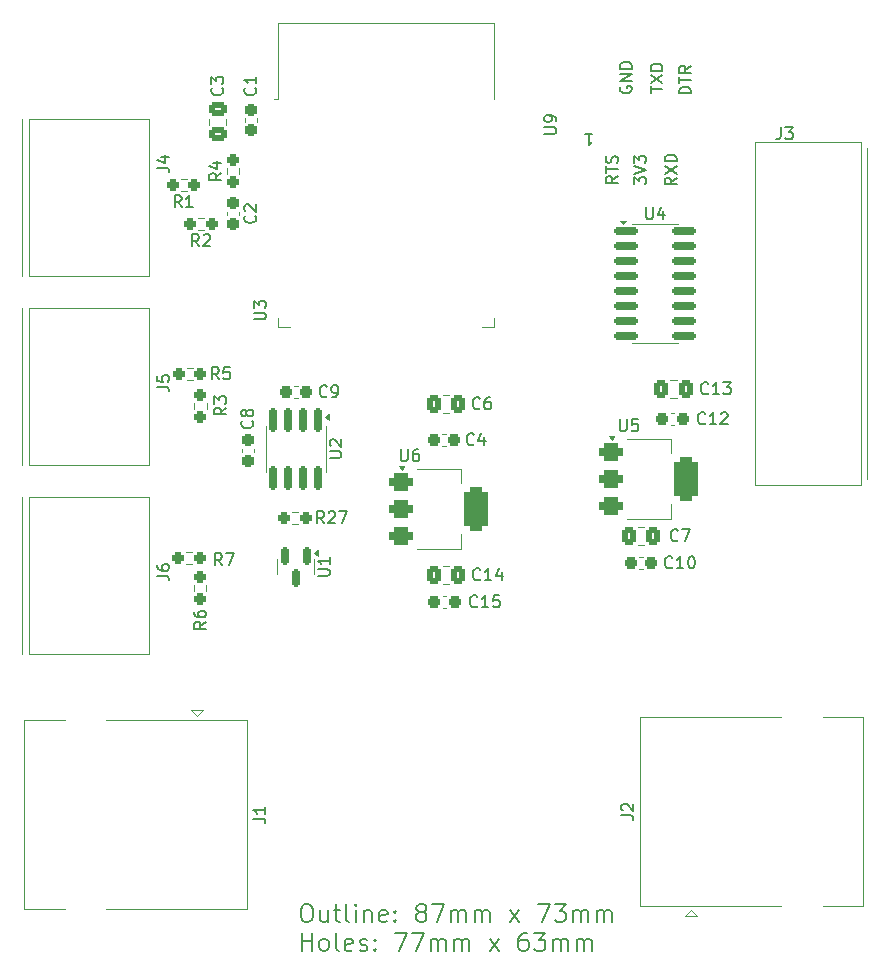
<source format=gbr>
%TF.GenerationSoftware,KiCad,Pcbnew,8.0.8*%
%TF.CreationDate,2025-02-09T20:42:27+01:00*%
%TF.ProjectId,railblock,7261696c-626c-46f6-936b-2e6b69636164,rev?*%
%TF.SameCoordinates,Original*%
%TF.FileFunction,Legend,Top*%
%TF.FilePolarity,Positive*%
%FSLAX46Y46*%
G04 Gerber Fmt 4.6, Leading zero omitted, Abs format (unit mm)*
G04 Created by KiCad (PCBNEW 8.0.8) date 2025-02-09 20:42:27*
%MOMM*%
%LPD*%
G01*
G04 APERTURE LIST*
G04 Aperture macros list*
%AMRoundRect*
0 Rectangle with rounded corners*
0 $1 Rounding radius*
0 $2 $3 $4 $5 $6 $7 $8 $9 X,Y pos of 4 corners*
0 Add a 4 corners polygon primitive as box body*
4,1,4,$2,$3,$4,$5,$6,$7,$8,$9,$2,$3,0*
0 Add four circle primitives for the rounded corners*
1,1,$1+$1,$2,$3*
1,1,$1+$1,$4,$5*
1,1,$1+$1,$6,$7*
1,1,$1+$1,$8,$9*
0 Add four rect primitives between the rounded corners*
20,1,$1+$1,$2,$3,$4,$5,0*
20,1,$1+$1,$4,$5,$6,$7,0*
20,1,$1+$1,$6,$7,$8,$9,0*
20,1,$1+$1,$8,$9,$2,$3,0*%
G04 Aperture macros list end*
%ADD10C,0.200000*%
%ADD11C,0.150000*%
%ADD12C,0.120000*%
%ADD13C,3.250000*%
%ADD14R,1.500000X1.500000*%
%ADD15C,1.500000*%
%ADD16C,3.000000*%
%ADD17C,2.500000*%
%ADD18C,2.100000*%
%ADD19C,1.850000*%
%ADD20RoundRect,0.375000X-0.625000X-0.375000X0.625000X-0.375000X0.625000X0.375000X-0.625000X0.375000X0*%
%ADD21RoundRect,0.500000X-0.500000X-1.400000X0.500000X-1.400000X0.500000X1.400000X-0.500000X1.400000X0*%
%ADD22RoundRect,0.150000X-0.825000X-0.150000X0.825000X-0.150000X0.825000X0.150000X-0.825000X0.150000X0*%
%ADD23R,5.000000X5.000000*%
%ADD24R,2.300000X0.900000*%
%ADD25R,0.900000X2.300000*%
%ADD26RoundRect,0.150000X-0.150000X0.825000X-0.150000X-0.825000X0.150000X-0.825000X0.150000X0.825000X0*%
%ADD27RoundRect,0.150000X-0.150000X0.587500X-0.150000X-0.587500X0.150000X-0.587500X0.150000X0.587500X0*%
%ADD28RoundRect,0.237500X0.250000X0.237500X-0.250000X0.237500X-0.250000X-0.237500X0.250000X-0.237500X0*%
%ADD29RoundRect,0.237500X0.237500X-0.250000X0.237500X0.250000X-0.237500X0.250000X-0.237500X-0.250000X0*%
%ADD30C,2.000000*%
%ADD31C,2.800000*%
%ADD32C,3.200000*%
%ADD33RoundRect,0.237500X-0.300000X-0.237500X0.300000X-0.237500X0.300000X0.237500X-0.300000X0.237500X0*%
%ADD34RoundRect,0.250000X-0.337500X-0.475000X0.337500X-0.475000X0.337500X0.475000X-0.337500X0.475000X0*%
%ADD35RoundRect,0.237500X0.237500X-0.300000X0.237500X0.300000X-0.237500X0.300000X-0.237500X-0.300000X0*%
%ADD36RoundRect,0.250000X0.475000X-0.337500X0.475000X0.337500X-0.475000X0.337500X-0.475000X-0.337500X0*%
%ADD37RoundRect,0.237500X-0.237500X0.300000X-0.237500X-0.300000X0.237500X-0.300000X0.237500X0.300000X0*%
G04 APERTURE END LIST*
D10*
X132854435Y-117303112D02*
X133140149Y-117303112D01*
X133140149Y-117303112D02*
X133283006Y-117374541D01*
X133283006Y-117374541D02*
X133425863Y-117517398D01*
X133425863Y-117517398D02*
X133497292Y-117803112D01*
X133497292Y-117803112D02*
X133497292Y-118303112D01*
X133497292Y-118303112D02*
X133425863Y-118588826D01*
X133425863Y-118588826D02*
X133283006Y-118731684D01*
X133283006Y-118731684D02*
X133140149Y-118803112D01*
X133140149Y-118803112D02*
X132854435Y-118803112D01*
X132854435Y-118803112D02*
X132711578Y-118731684D01*
X132711578Y-118731684D02*
X132568720Y-118588826D01*
X132568720Y-118588826D02*
X132497292Y-118303112D01*
X132497292Y-118303112D02*
X132497292Y-117803112D01*
X132497292Y-117803112D02*
X132568720Y-117517398D01*
X132568720Y-117517398D02*
X132711578Y-117374541D01*
X132711578Y-117374541D02*
X132854435Y-117303112D01*
X134783007Y-117803112D02*
X134783007Y-118803112D01*
X134140149Y-117803112D02*
X134140149Y-118588826D01*
X134140149Y-118588826D02*
X134211578Y-118731684D01*
X134211578Y-118731684D02*
X134354435Y-118803112D01*
X134354435Y-118803112D02*
X134568721Y-118803112D01*
X134568721Y-118803112D02*
X134711578Y-118731684D01*
X134711578Y-118731684D02*
X134783007Y-118660255D01*
X135283007Y-117803112D02*
X135854435Y-117803112D01*
X135497292Y-117303112D02*
X135497292Y-118588826D01*
X135497292Y-118588826D02*
X135568721Y-118731684D01*
X135568721Y-118731684D02*
X135711578Y-118803112D01*
X135711578Y-118803112D02*
X135854435Y-118803112D01*
X136568721Y-118803112D02*
X136425864Y-118731684D01*
X136425864Y-118731684D02*
X136354435Y-118588826D01*
X136354435Y-118588826D02*
X136354435Y-117303112D01*
X137140149Y-118803112D02*
X137140149Y-117803112D01*
X137140149Y-117303112D02*
X137068721Y-117374541D01*
X137068721Y-117374541D02*
X137140149Y-117445969D01*
X137140149Y-117445969D02*
X137211578Y-117374541D01*
X137211578Y-117374541D02*
X137140149Y-117303112D01*
X137140149Y-117303112D02*
X137140149Y-117445969D01*
X137854435Y-117803112D02*
X137854435Y-118803112D01*
X137854435Y-117945969D02*
X137925864Y-117874541D01*
X137925864Y-117874541D02*
X138068721Y-117803112D01*
X138068721Y-117803112D02*
X138283007Y-117803112D01*
X138283007Y-117803112D02*
X138425864Y-117874541D01*
X138425864Y-117874541D02*
X138497293Y-118017398D01*
X138497293Y-118017398D02*
X138497293Y-118803112D01*
X139783007Y-118731684D02*
X139640150Y-118803112D01*
X139640150Y-118803112D02*
X139354436Y-118803112D01*
X139354436Y-118803112D02*
X139211578Y-118731684D01*
X139211578Y-118731684D02*
X139140150Y-118588826D01*
X139140150Y-118588826D02*
X139140150Y-118017398D01*
X139140150Y-118017398D02*
X139211578Y-117874541D01*
X139211578Y-117874541D02*
X139354436Y-117803112D01*
X139354436Y-117803112D02*
X139640150Y-117803112D01*
X139640150Y-117803112D02*
X139783007Y-117874541D01*
X139783007Y-117874541D02*
X139854436Y-118017398D01*
X139854436Y-118017398D02*
X139854436Y-118160255D01*
X139854436Y-118160255D02*
X139140150Y-118303112D01*
X140497292Y-118660255D02*
X140568721Y-118731684D01*
X140568721Y-118731684D02*
X140497292Y-118803112D01*
X140497292Y-118803112D02*
X140425864Y-118731684D01*
X140425864Y-118731684D02*
X140497292Y-118660255D01*
X140497292Y-118660255D02*
X140497292Y-118803112D01*
X140497292Y-117874541D02*
X140568721Y-117945969D01*
X140568721Y-117945969D02*
X140497292Y-118017398D01*
X140497292Y-118017398D02*
X140425864Y-117945969D01*
X140425864Y-117945969D02*
X140497292Y-117874541D01*
X140497292Y-117874541D02*
X140497292Y-118017398D01*
X142568721Y-117945969D02*
X142425864Y-117874541D01*
X142425864Y-117874541D02*
X142354435Y-117803112D01*
X142354435Y-117803112D02*
X142283007Y-117660255D01*
X142283007Y-117660255D02*
X142283007Y-117588826D01*
X142283007Y-117588826D02*
X142354435Y-117445969D01*
X142354435Y-117445969D02*
X142425864Y-117374541D01*
X142425864Y-117374541D02*
X142568721Y-117303112D01*
X142568721Y-117303112D02*
X142854435Y-117303112D01*
X142854435Y-117303112D02*
X142997293Y-117374541D01*
X142997293Y-117374541D02*
X143068721Y-117445969D01*
X143068721Y-117445969D02*
X143140150Y-117588826D01*
X143140150Y-117588826D02*
X143140150Y-117660255D01*
X143140150Y-117660255D02*
X143068721Y-117803112D01*
X143068721Y-117803112D02*
X142997293Y-117874541D01*
X142997293Y-117874541D02*
X142854435Y-117945969D01*
X142854435Y-117945969D02*
X142568721Y-117945969D01*
X142568721Y-117945969D02*
X142425864Y-118017398D01*
X142425864Y-118017398D02*
X142354435Y-118088826D01*
X142354435Y-118088826D02*
X142283007Y-118231684D01*
X142283007Y-118231684D02*
X142283007Y-118517398D01*
X142283007Y-118517398D02*
X142354435Y-118660255D01*
X142354435Y-118660255D02*
X142425864Y-118731684D01*
X142425864Y-118731684D02*
X142568721Y-118803112D01*
X142568721Y-118803112D02*
X142854435Y-118803112D01*
X142854435Y-118803112D02*
X142997293Y-118731684D01*
X142997293Y-118731684D02*
X143068721Y-118660255D01*
X143068721Y-118660255D02*
X143140150Y-118517398D01*
X143140150Y-118517398D02*
X143140150Y-118231684D01*
X143140150Y-118231684D02*
X143068721Y-118088826D01*
X143068721Y-118088826D02*
X142997293Y-118017398D01*
X142997293Y-118017398D02*
X142854435Y-117945969D01*
X143640149Y-117303112D02*
X144640149Y-117303112D01*
X144640149Y-117303112D02*
X143997292Y-118803112D01*
X145211577Y-118803112D02*
X145211577Y-117803112D01*
X145211577Y-117945969D02*
X145283006Y-117874541D01*
X145283006Y-117874541D02*
X145425863Y-117803112D01*
X145425863Y-117803112D02*
X145640149Y-117803112D01*
X145640149Y-117803112D02*
X145783006Y-117874541D01*
X145783006Y-117874541D02*
X145854435Y-118017398D01*
X145854435Y-118017398D02*
X145854435Y-118803112D01*
X145854435Y-118017398D02*
X145925863Y-117874541D01*
X145925863Y-117874541D02*
X146068720Y-117803112D01*
X146068720Y-117803112D02*
X146283006Y-117803112D01*
X146283006Y-117803112D02*
X146425863Y-117874541D01*
X146425863Y-117874541D02*
X146497292Y-118017398D01*
X146497292Y-118017398D02*
X146497292Y-118803112D01*
X147211577Y-118803112D02*
X147211577Y-117803112D01*
X147211577Y-117945969D02*
X147283006Y-117874541D01*
X147283006Y-117874541D02*
X147425863Y-117803112D01*
X147425863Y-117803112D02*
X147640149Y-117803112D01*
X147640149Y-117803112D02*
X147783006Y-117874541D01*
X147783006Y-117874541D02*
X147854435Y-118017398D01*
X147854435Y-118017398D02*
X147854435Y-118803112D01*
X147854435Y-118017398D02*
X147925863Y-117874541D01*
X147925863Y-117874541D02*
X148068720Y-117803112D01*
X148068720Y-117803112D02*
X148283006Y-117803112D01*
X148283006Y-117803112D02*
X148425863Y-117874541D01*
X148425863Y-117874541D02*
X148497292Y-118017398D01*
X148497292Y-118017398D02*
X148497292Y-118803112D01*
X150211577Y-118803112D02*
X150997292Y-117803112D01*
X150211577Y-117803112D02*
X150997292Y-118803112D01*
X152568720Y-117303112D02*
X153568720Y-117303112D01*
X153568720Y-117303112D02*
X152925863Y-118803112D01*
X153997291Y-117303112D02*
X154925863Y-117303112D01*
X154925863Y-117303112D02*
X154425863Y-117874541D01*
X154425863Y-117874541D02*
X154640148Y-117874541D01*
X154640148Y-117874541D02*
X154783006Y-117945969D01*
X154783006Y-117945969D02*
X154854434Y-118017398D01*
X154854434Y-118017398D02*
X154925863Y-118160255D01*
X154925863Y-118160255D02*
X154925863Y-118517398D01*
X154925863Y-118517398D02*
X154854434Y-118660255D01*
X154854434Y-118660255D02*
X154783006Y-118731684D01*
X154783006Y-118731684D02*
X154640148Y-118803112D01*
X154640148Y-118803112D02*
X154211577Y-118803112D01*
X154211577Y-118803112D02*
X154068720Y-118731684D01*
X154068720Y-118731684D02*
X153997291Y-118660255D01*
X155568719Y-118803112D02*
X155568719Y-117803112D01*
X155568719Y-117945969D02*
X155640148Y-117874541D01*
X155640148Y-117874541D02*
X155783005Y-117803112D01*
X155783005Y-117803112D02*
X155997291Y-117803112D01*
X155997291Y-117803112D02*
X156140148Y-117874541D01*
X156140148Y-117874541D02*
X156211577Y-118017398D01*
X156211577Y-118017398D02*
X156211577Y-118803112D01*
X156211577Y-118017398D02*
X156283005Y-117874541D01*
X156283005Y-117874541D02*
X156425862Y-117803112D01*
X156425862Y-117803112D02*
X156640148Y-117803112D01*
X156640148Y-117803112D02*
X156783005Y-117874541D01*
X156783005Y-117874541D02*
X156854434Y-118017398D01*
X156854434Y-118017398D02*
X156854434Y-118803112D01*
X157568719Y-118803112D02*
X157568719Y-117803112D01*
X157568719Y-117945969D02*
X157640148Y-117874541D01*
X157640148Y-117874541D02*
X157783005Y-117803112D01*
X157783005Y-117803112D02*
X157997291Y-117803112D01*
X157997291Y-117803112D02*
X158140148Y-117874541D01*
X158140148Y-117874541D02*
X158211577Y-118017398D01*
X158211577Y-118017398D02*
X158211577Y-118803112D01*
X158211577Y-118017398D02*
X158283005Y-117874541D01*
X158283005Y-117874541D02*
X158425862Y-117803112D01*
X158425862Y-117803112D02*
X158640148Y-117803112D01*
X158640148Y-117803112D02*
X158783005Y-117874541D01*
X158783005Y-117874541D02*
X158854434Y-118017398D01*
X158854434Y-118017398D02*
X158854434Y-118803112D01*
X132568720Y-121218028D02*
X132568720Y-119718028D01*
X132568720Y-120432314D02*
X133425863Y-120432314D01*
X133425863Y-121218028D02*
X133425863Y-119718028D01*
X134354435Y-121218028D02*
X134211578Y-121146600D01*
X134211578Y-121146600D02*
X134140149Y-121075171D01*
X134140149Y-121075171D02*
X134068721Y-120932314D01*
X134068721Y-120932314D02*
X134068721Y-120503742D01*
X134068721Y-120503742D02*
X134140149Y-120360885D01*
X134140149Y-120360885D02*
X134211578Y-120289457D01*
X134211578Y-120289457D02*
X134354435Y-120218028D01*
X134354435Y-120218028D02*
X134568721Y-120218028D01*
X134568721Y-120218028D02*
X134711578Y-120289457D01*
X134711578Y-120289457D02*
X134783007Y-120360885D01*
X134783007Y-120360885D02*
X134854435Y-120503742D01*
X134854435Y-120503742D02*
X134854435Y-120932314D01*
X134854435Y-120932314D02*
X134783007Y-121075171D01*
X134783007Y-121075171D02*
X134711578Y-121146600D01*
X134711578Y-121146600D02*
X134568721Y-121218028D01*
X134568721Y-121218028D02*
X134354435Y-121218028D01*
X135711578Y-121218028D02*
X135568721Y-121146600D01*
X135568721Y-121146600D02*
X135497292Y-121003742D01*
X135497292Y-121003742D02*
X135497292Y-119718028D01*
X136854435Y-121146600D02*
X136711578Y-121218028D01*
X136711578Y-121218028D02*
X136425864Y-121218028D01*
X136425864Y-121218028D02*
X136283006Y-121146600D01*
X136283006Y-121146600D02*
X136211578Y-121003742D01*
X136211578Y-121003742D02*
X136211578Y-120432314D01*
X136211578Y-120432314D02*
X136283006Y-120289457D01*
X136283006Y-120289457D02*
X136425864Y-120218028D01*
X136425864Y-120218028D02*
X136711578Y-120218028D01*
X136711578Y-120218028D02*
X136854435Y-120289457D01*
X136854435Y-120289457D02*
X136925864Y-120432314D01*
X136925864Y-120432314D02*
X136925864Y-120575171D01*
X136925864Y-120575171D02*
X136211578Y-120718028D01*
X137497292Y-121146600D02*
X137640149Y-121218028D01*
X137640149Y-121218028D02*
X137925863Y-121218028D01*
X137925863Y-121218028D02*
X138068720Y-121146600D01*
X138068720Y-121146600D02*
X138140149Y-121003742D01*
X138140149Y-121003742D02*
X138140149Y-120932314D01*
X138140149Y-120932314D02*
X138068720Y-120789457D01*
X138068720Y-120789457D02*
X137925863Y-120718028D01*
X137925863Y-120718028D02*
X137711578Y-120718028D01*
X137711578Y-120718028D02*
X137568720Y-120646600D01*
X137568720Y-120646600D02*
X137497292Y-120503742D01*
X137497292Y-120503742D02*
X137497292Y-120432314D01*
X137497292Y-120432314D02*
X137568720Y-120289457D01*
X137568720Y-120289457D02*
X137711578Y-120218028D01*
X137711578Y-120218028D02*
X137925863Y-120218028D01*
X137925863Y-120218028D02*
X138068720Y-120289457D01*
X138783006Y-121075171D02*
X138854435Y-121146600D01*
X138854435Y-121146600D02*
X138783006Y-121218028D01*
X138783006Y-121218028D02*
X138711578Y-121146600D01*
X138711578Y-121146600D02*
X138783006Y-121075171D01*
X138783006Y-121075171D02*
X138783006Y-121218028D01*
X138783006Y-120289457D02*
X138854435Y-120360885D01*
X138854435Y-120360885D02*
X138783006Y-120432314D01*
X138783006Y-120432314D02*
X138711578Y-120360885D01*
X138711578Y-120360885D02*
X138783006Y-120289457D01*
X138783006Y-120289457D02*
X138783006Y-120432314D01*
X140497292Y-119718028D02*
X141497292Y-119718028D01*
X141497292Y-119718028D02*
X140854435Y-121218028D01*
X141925863Y-119718028D02*
X142925863Y-119718028D01*
X142925863Y-119718028D02*
X142283006Y-121218028D01*
X143497291Y-121218028D02*
X143497291Y-120218028D01*
X143497291Y-120360885D02*
X143568720Y-120289457D01*
X143568720Y-120289457D02*
X143711577Y-120218028D01*
X143711577Y-120218028D02*
X143925863Y-120218028D01*
X143925863Y-120218028D02*
X144068720Y-120289457D01*
X144068720Y-120289457D02*
X144140149Y-120432314D01*
X144140149Y-120432314D02*
X144140149Y-121218028D01*
X144140149Y-120432314D02*
X144211577Y-120289457D01*
X144211577Y-120289457D02*
X144354434Y-120218028D01*
X144354434Y-120218028D02*
X144568720Y-120218028D01*
X144568720Y-120218028D02*
X144711577Y-120289457D01*
X144711577Y-120289457D02*
X144783006Y-120432314D01*
X144783006Y-120432314D02*
X144783006Y-121218028D01*
X145497291Y-121218028D02*
X145497291Y-120218028D01*
X145497291Y-120360885D02*
X145568720Y-120289457D01*
X145568720Y-120289457D02*
X145711577Y-120218028D01*
X145711577Y-120218028D02*
X145925863Y-120218028D01*
X145925863Y-120218028D02*
X146068720Y-120289457D01*
X146068720Y-120289457D02*
X146140149Y-120432314D01*
X146140149Y-120432314D02*
X146140149Y-121218028D01*
X146140149Y-120432314D02*
X146211577Y-120289457D01*
X146211577Y-120289457D02*
X146354434Y-120218028D01*
X146354434Y-120218028D02*
X146568720Y-120218028D01*
X146568720Y-120218028D02*
X146711577Y-120289457D01*
X146711577Y-120289457D02*
X146783006Y-120432314D01*
X146783006Y-120432314D02*
X146783006Y-121218028D01*
X148497291Y-121218028D02*
X149283006Y-120218028D01*
X148497291Y-120218028D02*
X149283006Y-121218028D01*
X151640149Y-119718028D02*
X151354434Y-119718028D01*
X151354434Y-119718028D02*
X151211577Y-119789457D01*
X151211577Y-119789457D02*
X151140149Y-119860885D01*
X151140149Y-119860885D02*
X150997291Y-120075171D01*
X150997291Y-120075171D02*
X150925863Y-120360885D01*
X150925863Y-120360885D02*
X150925863Y-120932314D01*
X150925863Y-120932314D02*
X150997291Y-121075171D01*
X150997291Y-121075171D02*
X151068720Y-121146600D01*
X151068720Y-121146600D02*
X151211577Y-121218028D01*
X151211577Y-121218028D02*
X151497291Y-121218028D01*
X151497291Y-121218028D02*
X151640149Y-121146600D01*
X151640149Y-121146600D02*
X151711577Y-121075171D01*
X151711577Y-121075171D02*
X151783006Y-120932314D01*
X151783006Y-120932314D02*
X151783006Y-120575171D01*
X151783006Y-120575171D02*
X151711577Y-120432314D01*
X151711577Y-120432314D02*
X151640149Y-120360885D01*
X151640149Y-120360885D02*
X151497291Y-120289457D01*
X151497291Y-120289457D02*
X151211577Y-120289457D01*
X151211577Y-120289457D02*
X151068720Y-120360885D01*
X151068720Y-120360885D02*
X150997291Y-120432314D01*
X150997291Y-120432314D02*
X150925863Y-120575171D01*
X152283005Y-119718028D02*
X153211577Y-119718028D01*
X153211577Y-119718028D02*
X152711577Y-120289457D01*
X152711577Y-120289457D02*
X152925862Y-120289457D01*
X152925862Y-120289457D02*
X153068720Y-120360885D01*
X153068720Y-120360885D02*
X153140148Y-120432314D01*
X153140148Y-120432314D02*
X153211577Y-120575171D01*
X153211577Y-120575171D02*
X153211577Y-120932314D01*
X153211577Y-120932314D02*
X153140148Y-121075171D01*
X153140148Y-121075171D02*
X153068720Y-121146600D01*
X153068720Y-121146600D02*
X152925862Y-121218028D01*
X152925862Y-121218028D02*
X152497291Y-121218028D01*
X152497291Y-121218028D02*
X152354434Y-121146600D01*
X152354434Y-121146600D02*
X152283005Y-121075171D01*
X153854433Y-121218028D02*
X153854433Y-120218028D01*
X153854433Y-120360885D02*
X153925862Y-120289457D01*
X153925862Y-120289457D02*
X154068719Y-120218028D01*
X154068719Y-120218028D02*
X154283005Y-120218028D01*
X154283005Y-120218028D02*
X154425862Y-120289457D01*
X154425862Y-120289457D02*
X154497291Y-120432314D01*
X154497291Y-120432314D02*
X154497291Y-121218028D01*
X154497291Y-120432314D02*
X154568719Y-120289457D01*
X154568719Y-120289457D02*
X154711576Y-120218028D01*
X154711576Y-120218028D02*
X154925862Y-120218028D01*
X154925862Y-120218028D02*
X155068719Y-120289457D01*
X155068719Y-120289457D02*
X155140148Y-120432314D01*
X155140148Y-120432314D02*
X155140148Y-121218028D01*
X155854433Y-121218028D02*
X155854433Y-120218028D01*
X155854433Y-120360885D02*
X155925862Y-120289457D01*
X155925862Y-120289457D02*
X156068719Y-120218028D01*
X156068719Y-120218028D02*
X156283005Y-120218028D01*
X156283005Y-120218028D02*
X156425862Y-120289457D01*
X156425862Y-120289457D02*
X156497291Y-120432314D01*
X156497291Y-120432314D02*
X156497291Y-121218028D01*
X156497291Y-120432314D02*
X156568719Y-120289457D01*
X156568719Y-120289457D02*
X156711576Y-120218028D01*
X156711576Y-120218028D02*
X156925862Y-120218028D01*
X156925862Y-120218028D02*
X157068719Y-120289457D01*
X157068719Y-120289457D02*
X157140148Y-120432314D01*
X157140148Y-120432314D02*
X157140148Y-121218028D01*
D11*
X159654819Y-109778333D02*
X160369104Y-109778333D01*
X160369104Y-109778333D02*
X160511961Y-109825952D01*
X160511961Y-109825952D02*
X160607200Y-109921190D01*
X160607200Y-109921190D02*
X160654819Y-110064047D01*
X160654819Y-110064047D02*
X160654819Y-110159285D01*
X159750057Y-109349761D02*
X159702438Y-109302142D01*
X159702438Y-109302142D02*
X159654819Y-109206904D01*
X159654819Y-109206904D02*
X159654819Y-108968809D01*
X159654819Y-108968809D02*
X159702438Y-108873571D01*
X159702438Y-108873571D02*
X159750057Y-108825952D01*
X159750057Y-108825952D02*
X159845295Y-108778333D01*
X159845295Y-108778333D02*
X159940533Y-108778333D01*
X159940533Y-108778333D02*
X160083390Y-108825952D01*
X160083390Y-108825952D02*
X160654819Y-109397380D01*
X160654819Y-109397380D02*
X160654819Y-108778333D01*
X128494819Y-110048333D02*
X129209104Y-110048333D01*
X129209104Y-110048333D02*
X129351961Y-110095952D01*
X129351961Y-110095952D02*
X129447200Y-110191190D01*
X129447200Y-110191190D02*
X129494819Y-110334047D01*
X129494819Y-110334047D02*
X129494819Y-110429285D01*
X129494819Y-109048333D02*
X129494819Y-109619761D01*
X129494819Y-109334047D02*
X128494819Y-109334047D01*
X128494819Y-109334047D02*
X128637676Y-109429285D01*
X128637676Y-109429285D02*
X128732914Y-109524523D01*
X128732914Y-109524523D02*
X128780533Y-109619761D01*
X153119819Y-52069904D02*
X153929342Y-52069904D01*
X153929342Y-52069904D02*
X154024580Y-52022285D01*
X154024580Y-52022285D02*
X154072200Y-51974666D01*
X154072200Y-51974666D02*
X154119819Y-51879428D01*
X154119819Y-51879428D02*
X154119819Y-51688952D01*
X154119819Y-51688952D02*
X154072200Y-51593714D01*
X154072200Y-51593714D02*
X154024580Y-51546095D01*
X154024580Y-51546095D02*
X153929342Y-51498476D01*
X153929342Y-51498476D02*
X153119819Y-51498476D01*
X154119819Y-50974666D02*
X154119819Y-50784190D01*
X154119819Y-50784190D02*
X154072200Y-50688952D01*
X154072200Y-50688952D02*
X154024580Y-50641333D01*
X154024580Y-50641333D02*
X153881723Y-50546095D01*
X153881723Y-50546095D02*
X153691247Y-50498476D01*
X153691247Y-50498476D02*
X153310295Y-50498476D01*
X153310295Y-50498476D02*
X153215057Y-50546095D01*
X153215057Y-50546095D02*
X153167438Y-50593714D01*
X153167438Y-50593714D02*
X153119819Y-50688952D01*
X153119819Y-50688952D02*
X153119819Y-50879428D01*
X153119819Y-50879428D02*
X153167438Y-50974666D01*
X153167438Y-50974666D02*
X153215057Y-51022285D01*
X153215057Y-51022285D02*
X153310295Y-51069904D01*
X153310295Y-51069904D02*
X153548390Y-51069904D01*
X153548390Y-51069904D02*
X153643628Y-51022285D01*
X153643628Y-51022285D02*
X153691247Y-50974666D01*
X153691247Y-50974666D02*
X153738866Y-50879428D01*
X153738866Y-50879428D02*
X153738866Y-50688952D01*
X153738866Y-50688952D02*
X153691247Y-50593714D01*
X153691247Y-50593714D02*
X153643628Y-50546095D01*
X153643628Y-50546095D02*
X153548390Y-50498476D01*
X162119819Y-48569904D02*
X162119819Y-47998476D01*
X163119819Y-48284190D02*
X162119819Y-48284190D01*
X162119819Y-47760380D02*
X163119819Y-47093714D01*
X162119819Y-47093714D02*
X163119819Y-47760380D01*
X163119819Y-46712761D02*
X162119819Y-46712761D01*
X162119819Y-46712761D02*
X162119819Y-46474666D01*
X162119819Y-46474666D02*
X162167438Y-46331809D01*
X162167438Y-46331809D02*
X162262676Y-46236571D01*
X162262676Y-46236571D02*
X162357914Y-46188952D01*
X162357914Y-46188952D02*
X162548390Y-46141333D01*
X162548390Y-46141333D02*
X162691247Y-46141333D01*
X162691247Y-46141333D02*
X162881723Y-46188952D01*
X162881723Y-46188952D02*
X162976961Y-46236571D01*
X162976961Y-46236571D02*
X163072200Y-46331809D01*
X163072200Y-46331809D02*
X163119819Y-46474666D01*
X163119819Y-46474666D02*
X163119819Y-46712761D01*
X160719819Y-56346094D02*
X160719819Y-55727047D01*
X160719819Y-55727047D02*
X161100771Y-56060380D01*
X161100771Y-56060380D02*
X161100771Y-55917523D01*
X161100771Y-55917523D02*
X161148390Y-55822285D01*
X161148390Y-55822285D02*
X161196009Y-55774666D01*
X161196009Y-55774666D02*
X161291247Y-55727047D01*
X161291247Y-55727047D02*
X161529342Y-55727047D01*
X161529342Y-55727047D02*
X161624580Y-55774666D01*
X161624580Y-55774666D02*
X161672200Y-55822285D01*
X161672200Y-55822285D02*
X161719819Y-55917523D01*
X161719819Y-55917523D02*
X161719819Y-56203237D01*
X161719819Y-56203237D02*
X161672200Y-56298475D01*
X161672200Y-56298475D02*
X161624580Y-56346094D01*
X160719819Y-55441332D02*
X161719819Y-55107999D01*
X161719819Y-55107999D02*
X160719819Y-54774666D01*
X160719819Y-54536570D02*
X160719819Y-53917523D01*
X160719819Y-53917523D02*
X161100771Y-54250856D01*
X161100771Y-54250856D02*
X161100771Y-54107999D01*
X161100771Y-54107999D02*
X161148390Y-54012761D01*
X161148390Y-54012761D02*
X161196009Y-53965142D01*
X161196009Y-53965142D02*
X161291247Y-53917523D01*
X161291247Y-53917523D02*
X161529342Y-53917523D01*
X161529342Y-53917523D02*
X161624580Y-53965142D01*
X161624580Y-53965142D02*
X161672200Y-54012761D01*
X161672200Y-54012761D02*
X161719819Y-54107999D01*
X161719819Y-54107999D02*
X161719819Y-54393713D01*
X161719819Y-54393713D02*
X161672200Y-54488951D01*
X161672200Y-54488951D02*
X161624580Y-54536570D01*
X164319819Y-55774666D02*
X163843628Y-56107999D01*
X164319819Y-56346094D02*
X163319819Y-56346094D01*
X163319819Y-56346094D02*
X163319819Y-55965142D01*
X163319819Y-55965142D02*
X163367438Y-55869904D01*
X163367438Y-55869904D02*
X163415057Y-55822285D01*
X163415057Y-55822285D02*
X163510295Y-55774666D01*
X163510295Y-55774666D02*
X163653152Y-55774666D01*
X163653152Y-55774666D02*
X163748390Y-55822285D01*
X163748390Y-55822285D02*
X163796009Y-55869904D01*
X163796009Y-55869904D02*
X163843628Y-55965142D01*
X163843628Y-55965142D02*
X163843628Y-56346094D01*
X163319819Y-55441332D02*
X164319819Y-54774666D01*
X163319819Y-54774666D02*
X164319819Y-55441332D01*
X164319819Y-54393713D02*
X163319819Y-54393713D01*
X163319819Y-54393713D02*
X163319819Y-54155618D01*
X163319819Y-54155618D02*
X163367438Y-54012761D01*
X163367438Y-54012761D02*
X163462676Y-53917523D01*
X163462676Y-53917523D02*
X163557914Y-53869904D01*
X163557914Y-53869904D02*
X163748390Y-53822285D01*
X163748390Y-53822285D02*
X163891247Y-53822285D01*
X163891247Y-53822285D02*
X164081723Y-53869904D01*
X164081723Y-53869904D02*
X164176961Y-53917523D01*
X164176961Y-53917523D02*
X164272200Y-54012761D01*
X164272200Y-54012761D02*
X164319819Y-54155618D01*
X164319819Y-54155618D02*
X164319819Y-54393713D01*
X156579285Y-52053180D02*
X157150713Y-52053180D01*
X156864999Y-52053180D02*
X156864999Y-53053180D01*
X156864999Y-53053180D02*
X156960237Y-52910323D01*
X156960237Y-52910323D02*
X157055475Y-52815085D01*
X157055475Y-52815085D02*
X157150713Y-52767466D01*
X165519819Y-48650856D02*
X164519819Y-48650856D01*
X164519819Y-48650856D02*
X164519819Y-48412761D01*
X164519819Y-48412761D02*
X164567438Y-48269904D01*
X164567438Y-48269904D02*
X164662676Y-48174666D01*
X164662676Y-48174666D02*
X164757914Y-48127047D01*
X164757914Y-48127047D02*
X164948390Y-48079428D01*
X164948390Y-48079428D02*
X165091247Y-48079428D01*
X165091247Y-48079428D02*
X165281723Y-48127047D01*
X165281723Y-48127047D02*
X165376961Y-48174666D01*
X165376961Y-48174666D02*
X165472200Y-48269904D01*
X165472200Y-48269904D02*
X165519819Y-48412761D01*
X165519819Y-48412761D02*
X165519819Y-48650856D01*
X164519819Y-47793713D02*
X164519819Y-47222285D01*
X165519819Y-47507999D02*
X164519819Y-47507999D01*
X165519819Y-46317523D02*
X165043628Y-46650856D01*
X165519819Y-46888951D02*
X164519819Y-46888951D01*
X164519819Y-46888951D02*
X164519819Y-46507999D01*
X164519819Y-46507999D02*
X164567438Y-46412761D01*
X164567438Y-46412761D02*
X164615057Y-46365142D01*
X164615057Y-46365142D02*
X164710295Y-46317523D01*
X164710295Y-46317523D02*
X164853152Y-46317523D01*
X164853152Y-46317523D02*
X164948390Y-46365142D01*
X164948390Y-46365142D02*
X164996009Y-46412761D01*
X164996009Y-46412761D02*
X165043628Y-46507999D01*
X165043628Y-46507999D02*
X165043628Y-46888951D01*
X159567438Y-48069904D02*
X159519819Y-48165142D01*
X159519819Y-48165142D02*
X159519819Y-48307999D01*
X159519819Y-48307999D02*
X159567438Y-48450856D01*
X159567438Y-48450856D02*
X159662676Y-48546094D01*
X159662676Y-48546094D02*
X159757914Y-48593713D01*
X159757914Y-48593713D02*
X159948390Y-48641332D01*
X159948390Y-48641332D02*
X160091247Y-48641332D01*
X160091247Y-48641332D02*
X160281723Y-48593713D01*
X160281723Y-48593713D02*
X160376961Y-48546094D01*
X160376961Y-48546094D02*
X160472200Y-48450856D01*
X160472200Y-48450856D02*
X160519819Y-48307999D01*
X160519819Y-48307999D02*
X160519819Y-48212761D01*
X160519819Y-48212761D02*
X160472200Y-48069904D01*
X160472200Y-48069904D02*
X160424580Y-48022285D01*
X160424580Y-48022285D02*
X160091247Y-48022285D01*
X160091247Y-48022285D02*
X160091247Y-48212761D01*
X160519819Y-47593713D02*
X159519819Y-47593713D01*
X159519819Y-47593713D02*
X160519819Y-47022285D01*
X160519819Y-47022285D02*
X159519819Y-47022285D01*
X160519819Y-46546094D02*
X159519819Y-46546094D01*
X159519819Y-46546094D02*
X159519819Y-46307999D01*
X159519819Y-46307999D02*
X159567438Y-46165142D01*
X159567438Y-46165142D02*
X159662676Y-46069904D01*
X159662676Y-46069904D02*
X159757914Y-46022285D01*
X159757914Y-46022285D02*
X159948390Y-45974666D01*
X159948390Y-45974666D02*
X160091247Y-45974666D01*
X160091247Y-45974666D02*
X160281723Y-46022285D01*
X160281723Y-46022285D02*
X160376961Y-46069904D01*
X160376961Y-46069904D02*
X160472200Y-46165142D01*
X160472200Y-46165142D02*
X160519819Y-46307999D01*
X160519819Y-46307999D02*
X160519819Y-46546094D01*
X159319819Y-55655619D02*
X158843628Y-55988952D01*
X159319819Y-56227047D02*
X158319819Y-56227047D01*
X158319819Y-56227047D02*
X158319819Y-55846095D01*
X158319819Y-55846095D02*
X158367438Y-55750857D01*
X158367438Y-55750857D02*
X158415057Y-55703238D01*
X158415057Y-55703238D02*
X158510295Y-55655619D01*
X158510295Y-55655619D02*
X158653152Y-55655619D01*
X158653152Y-55655619D02*
X158748390Y-55703238D01*
X158748390Y-55703238D02*
X158796009Y-55750857D01*
X158796009Y-55750857D02*
X158843628Y-55846095D01*
X158843628Y-55846095D02*
X158843628Y-56227047D01*
X158319819Y-55369904D02*
X158319819Y-54798476D01*
X159319819Y-55084190D02*
X158319819Y-55084190D01*
X159272200Y-54512761D02*
X159319819Y-54369904D01*
X159319819Y-54369904D02*
X159319819Y-54131809D01*
X159319819Y-54131809D02*
X159272200Y-54036571D01*
X159272200Y-54036571D02*
X159224580Y-53988952D01*
X159224580Y-53988952D02*
X159129342Y-53941333D01*
X159129342Y-53941333D02*
X159034104Y-53941333D01*
X159034104Y-53941333D02*
X158938866Y-53988952D01*
X158938866Y-53988952D02*
X158891247Y-54036571D01*
X158891247Y-54036571D02*
X158843628Y-54131809D01*
X158843628Y-54131809D02*
X158796009Y-54322285D01*
X158796009Y-54322285D02*
X158748390Y-54417523D01*
X158748390Y-54417523D02*
X158700771Y-54465142D01*
X158700771Y-54465142D02*
X158605533Y-54512761D01*
X158605533Y-54512761D02*
X158510295Y-54512761D01*
X158510295Y-54512761D02*
X158415057Y-54465142D01*
X158415057Y-54465142D02*
X158367438Y-54417523D01*
X158367438Y-54417523D02*
X158319819Y-54322285D01*
X158319819Y-54322285D02*
X158319819Y-54084190D01*
X158319819Y-54084190D02*
X158367438Y-53941333D01*
X140970095Y-78774819D02*
X140970095Y-79584342D01*
X140970095Y-79584342D02*
X141017714Y-79679580D01*
X141017714Y-79679580D02*
X141065333Y-79727200D01*
X141065333Y-79727200D02*
X141160571Y-79774819D01*
X141160571Y-79774819D02*
X141351047Y-79774819D01*
X141351047Y-79774819D02*
X141446285Y-79727200D01*
X141446285Y-79727200D02*
X141493904Y-79679580D01*
X141493904Y-79679580D02*
X141541523Y-79584342D01*
X141541523Y-79584342D02*
X141541523Y-78774819D01*
X142446285Y-78774819D02*
X142255809Y-78774819D01*
X142255809Y-78774819D02*
X142160571Y-78822438D01*
X142160571Y-78822438D02*
X142112952Y-78870057D01*
X142112952Y-78870057D02*
X142017714Y-79012914D01*
X142017714Y-79012914D02*
X141970095Y-79203390D01*
X141970095Y-79203390D02*
X141970095Y-79584342D01*
X141970095Y-79584342D02*
X142017714Y-79679580D01*
X142017714Y-79679580D02*
X142065333Y-79727200D01*
X142065333Y-79727200D02*
X142160571Y-79774819D01*
X142160571Y-79774819D02*
X142351047Y-79774819D01*
X142351047Y-79774819D02*
X142446285Y-79727200D01*
X142446285Y-79727200D02*
X142493904Y-79679580D01*
X142493904Y-79679580D02*
X142541523Y-79584342D01*
X142541523Y-79584342D02*
X142541523Y-79346247D01*
X142541523Y-79346247D02*
X142493904Y-79251009D01*
X142493904Y-79251009D02*
X142446285Y-79203390D01*
X142446285Y-79203390D02*
X142351047Y-79155771D01*
X142351047Y-79155771D02*
X142160571Y-79155771D01*
X142160571Y-79155771D02*
X142065333Y-79203390D01*
X142065333Y-79203390D02*
X142017714Y-79251009D01*
X142017714Y-79251009D02*
X141970095Y-79346247D01*
X159512095Y-76234819D02*
X159512095Y-77044342D01*
X159512095Y-77044342D02*
X159559714Y-77139580D01*
X159559714Y-77139580D02*
X159607333Y-77187200D01*
X159607333Y-77187200D02*
X159702571Y-77234819D01*
X159702571Y-77234819D02*
X159893047Y-77234819D01*
X159893047Y-77234819D02*
X159988285Y-77187200D01*
X159988285Y-77187200D02*
X160035904Y-77139580D01*
X160035904Y-77139580D02*
X160083523Y-77044342D01*
X160083523Y-77044342D02*
X160083523Y-76234819D01*
X161035904Y-76234819D02*
X160559714Y-76234819D01*
X160559714Y-76234819D02*
X160512095Y-76711009D01*
X160512095Y-76711009D02*
X160559714Y-76663390D01*
X160559714Y-76663390D02*
X160654952Y-76615771D01*
X160654952Y-76615771D02*
X160893047Y-76615771D01*
X160893047Y-76615771D02*
X160988285Y-76663390D01*
X160988285Y-76663390D02*
X161035904Y-76711009D01*
X161035904Y-76711009D02*
X161083523Y-76806247D01*
X161083523Y-76806247D02*
X161083523Y-77044342D01*
X161083523Y-77044342D02*
X161035904Y-77139580D01*
X161035904Y-77139580D02*
X160988285Y-77187200D01*
X160988285Y-77187200D02*
X160893047Y-77234819D01*
X160893047Y-77234819D02*
X160654952Y-77234819D01*
X160654952Y-77234819D02*
X160559714Y-77187200D01*
X160559714Y-77187200D02*
X160512095Y-77139580D01*
X161733095Y-58294819D02*
X161733095Y-59104342D01*
X161733095Y-59104342D02*
X161780714Y-59199580D01*
X161780714Y-59199580D02*
X161828333Y-59247200D01*
X161828333Y-59247200D02*
X161923571Y-59294819D01*
X161923571Y-59294819D02*
X162114047Y-59294819D01*
X162114047Y-59294819D02*
X162209285Y-59247200D01*
X162209285Y-59247200D02*
X162256904Y-59199580D01*
X162256904Y-59199580D02*
X162304523Y-59104342D01*
X162304523Y-59104342D02*
X162304523Y-58294819D01*
X163209285Y-58628152D02*
X163209285Y-59294819D01*
X162971190Y-58247200D02*
X162733095Y-58961485D01*
X162733095Y-58961485D02*
X163352142Y-58961485D01*
X128544819Y-67766904D02*
X129354342Y-67766904D01*
X129354342Y-67766904D02*
X129449580Y-67719285D01*
X129449580Y-67719285D02*
X129497200Y-67671666D01*
X129497200Y-67671666D02*
X129544819Y-67576428D01*
X129544819Y-67576428D02*
X129544819Y-67385952D01*
X129544819Y-67385952D02*
X129497200Y-67290714D01*
X129497200Y-67290714D02*
X129449580Y-67243095D01*
X129449580Y-67243095D02*
X129354342Y-67195476D01*
X129354342Y-67195476D02*
X128544819Y-67195476D01*
X128544819Y-66814523D02*
X128544819Y-66195476D01*
X128544819Y-66195476D02*
X128925771Y-66528809D01*
X128925771Y-66528809D02*
X128925771Y-66385952D01*
X128925771Y-66385952D02*
X128973390Y-66290714D01*
X128973390Y-66290714D02*
X129021009Y-66243095D01*
X129021009Y-66243095D02*
X129116247Y-66195476D01*
X129116247Y-66195476D02*
X129354342Y-66195476D01*
X129354342Y-66195476D02*
X129449580Y-66243095D01*
X129449580Y-66243095D02*
X129497200Y-66290714D01*
X129497200Y-66290714D02*
X129544819Y-66385952D01*
X129544819Y-66385952D02*
X129544819Y-66671666D01*
X129544819Y-66671666D02*
X129497200Y-66766904D01*
X129497200Y-66766904D02*
X129449580Y-66814523D01*
X134934819Y-79501904D02*
X135744342Y-79501904D01*
X135744342Y-79501904D02*
X135839580Y-79454285D01*
X135839580Y-79454285D02*
X135887200Y-79406666D01*
X135887200Y-79406666D02*
X135934819Y-79311428D01*
X135934819Y-79311428D02*
X135934819Y-79120952D01*
X135934819Y-79120952D02*
X135887200Y-79025714D01*
X135887200Y-79025714D02*
X135839580Y-78978095D01*
X135839580Y-78978095D02*
X135744342Y-78930476D01*
X135744342Y-78930476D02*
X134934819Y-78930476D01*
X135030057Y-78501904D02*
X134982438Y-78454285D01*
X134982438Y-78454285D02*
X134934819Y-78359047D01*
X134934819Y-78359047D02*
X134934819Y-78120952D01*
X134934819Y-78120952D02*
X134982438Y-78025714D01*
X134982438Y-78025714D02*
X135030057Y-77978095D01*
X135030057Y-77978095D02*
X135125295Y-77930476D01*
X135125295Y-77930476D02*
X135220533Y-77930476D01*
X135220533Y-77930476D02*
X135363390Y-77978095D01*
X135363390Y-77978095D02*
X135934819Y-78549523D01*
X135934819Y-78549523D02*
X135934819Y-77930476D01*
X133934819Y-89486404D02*
X134744342Y-89486404D01*
X134744342Y-89486404D02*
X134839580Y-89438785D01*
X134839580Y-89438785D02*
X134887200Y-89391166D01*
X134887200Y-89391166D02*
X134934819Y-89295928D01*
X134934819Y-89295928D02*
X134934819Y-89105452D01*
X134934819Y-89105452D02*
X134887200Y-89010214D01*
X134887200Y-89010214D02*
X134839580Y-88962595D01*
X134839580Y-88962595D02*
X134744342Y-88914976D01*
X134744342Y-88914976D02*
X133934819Y-88914976D01*
X134934819Y-87914976D02*
X134934819Y-88486404D01*
X134934819Y-88200690D02*
X133934819Y-88200690D01*
X133934819Y-88200690D02*
X134077676Y-88295928D01*
X134077676Y-88295928D02*
X134172914Y-88391166D01*
X134172914Y-88391166D02*
X134220533Y-88486404D01*
X134485142Y-85036819D02*
X134151809Y-84560628D01*
X133913714Y-85036819D02*
X133913714Y-84036819D01*
X133913714Y-84036819D02*
X134294666Y-84036819D01*
X134294666Y-84036819D02*
X134389904Y-84084438D01*
X134389904Y-84084438D02*
X134437523Y-84132057D01*
X134437523Y-84132057D02*
X134485142Y-84227295D01*
X134485142Y-84227295D02*
X134485142Y-84370152D01*
X134485142Y-84370152D02*
X134437523Y-84465390D01*
X134437523Y-84465390D02*
X134389904Y-84513009D01*
X134389904Y-84513009D02*
X134294666Y-84560628D01*
X134294666Y-84560628D02*
X133913714Y-84560628D01*
X134866095Y-84132057D02*
X134913714Y-84084438D01*
X134913714Y-84084438D02*
X135008952Y-84036819D01*
X135008952Y-84036819D02*
X135247047Y-84036819D01*
X135247047Y-84036819D02*
X135342285Y-84084438D01*
X135342285Y-84084438D02*
X135389904Y-84132057D01*
X135389904Y-84132057D02*
X135437523Y-84227295D01*
X135437523Y-84227295D02*
X135437523Y-84322533D01*
X135437523Y-84322533D02*
X135389904Y-84465390D01*
X135389904Y-84465390D02*
X134818476Y-85036819D01*
X134818476Y-85036819D02*
X135437523Y-85036819D01*
X135770857Y-84036819D02*
X136437523Y-84036819D01*
X136437523Y-84036819D02*
X136008952Y-85036819D01*
X125817333Y-88592819D02*
X125484000Y-88116628D01*
X125245905Y-88592819D02*
X125245905Y-87592819D01*
X125245905Y-87592819D02*
X125626857Y-87592819D01*
X125626857Y-87592819D02*
X125722095Y-87640438D01*
X125722095Y-87640438D02*
X125769714Y-87688057D01*
X125769714Y-87688057D02*
X125817333Y-87783295D01*
X125817333Y-87783295D02*
X125817333Y-87926152D01*
X125817333Y-87926152D02*
X125769714Y-88021390D01*
X125769714Y-88021390D02*
X125722095Y-88069009D01*
X125722095Y-88069009D02*
X125626857Y-88116628D01*
X125626857Y-88116628D02*
X125245905Y-88116628D01*
X126150667Y-87592819D02*
X126817333Y-87592819D01*
X126817333Y-87592819D02*
X126388762Y-88592819D01*
X124457619Y-93384666D02*
X123981428Y-93717999D01*
X124457619Y-93956094D02*
X123457619Y-93956094D01*
X123457619Y-93956094D02*
X123457619Y-93575142D01*
X123457619Y-93575142D02*
X123505238Y-93479904D01*
X123505238Y-93479904D02*
X123552857Y-93432285D01*
X123552857Y-93432285D02*
X123648095Y-93384666D01*
X123648095Y-93384666D02*
X123790952Y-93384666D01*
X123790952Y-93384666D02*
X123886190Y-93432285D01*
X123886190Y-93432285D02*
X123933809Y-93479904D01*
X123933809Y-93479904D02*
X123981428Y-93575142D01*
X123981428Y-93575142D02*
X123981428Y-93956094D01*
X123457619Y-92527523D02*
X123457619Y-92717999D01*
X123457619Y-92717999D02*
X123505238Y-92813237D01*
X123505238Y-92813237D02*
X123552857Y-92860856D01*
X123552857Y-92860856D02*
X123695714Y-92956094D01*
X123695714Y-92956094D02*
X123886190Y-93003713D01*
X123886190Y-93003713D02*
X124267142Y-93003713D01*
X124267142Y-93003713D02*
X124362380Y-92956094D01*
X124362380Y-92956094D02*
X124410000Y-92908475D01*
X124410000Y-92908475D02*
X124457619Y-92813237D01*
X124457619Y-92813237D02*
X124457619Y-92622761D01*
X124457619Y-92622761D02*
X124410000Y-92527523D01*
X124410000Y-92527523D02*
X124362380Y-92479904D01*
X124362380Y-92479904D02*
X124267142Y-92432285D01*
X124267142Y-92432285D02*
X124029047Y-92432285D01*
X124029047Y-92432285D02*
X123933809Y-92479904D01*
X123933809Y-92479904D02*
X123886190Y-92527523D01*
X123886190Y-92527523D02*
X123838571Y-92622761D01*
X123838571Y-92622761D02*
X123838571Y-92813237D01*
X123838571Y-92813237D02*
X123886190Y-92908475D01*
X123886190Y-92908475D02*
X123933809Y-92956094D01*
X123933809Y-92956094D02*
X124029047Y-93003713D01*
X125563333Y-72844819D02*
X125230000Y-72368628D01*
X124991905Y-72844819D02*
X124991905Y-71844819D01*
X124991905Y-71844819D02*
X125372857Y-71844819D01*
X125372857Y-71844819D02*
X125468095Y-71892438D01*
X125468095Y-71892438D02*
X125515714Y-71940057D01*
X125515714Y-71940057D02*
X125563333Y-72035295D01*
X125563333Y-72035295D02*
X125563333Y-72178152D01*
X125563333Y-72178152D02*
X125515714Y-72273390D01*
X125515714Y-72273390D02*
X125468095Y-72321009D01*
X125468095Y-72321009D02*
X125372857Y-72368628D01*
X125372857Y-72368628D02*
X124991905Y-72368628D01*
X126468095Y-71844819D02*
X125991905Y-71844819D01*
X125991905Y-71844819D02*
X125944286Y-72321009D01*
X125944286Y-72321009D02*
X125991905Y-72273390D01*
X125991905Y-72273390D02*
X126087143Y-72225771D01*
X126087143Y-72225771D02*
X126325238Y-72225771D01*
X126325238Y-72225771D02*
X126420476Y-72273390D01*
X126420476Y-72273390D02*
X126468095Y-72321009D01*
X126468095Y-72321009D02*
X126515714Y-72416247D01*
X126515714Y-72416247D02*
X126515714Y-72654342D01*
X126515714Y-72654342D02*
X126468095Y-72749580D01*
X126468095Y-72749580D02*
X126420476Y-72797200D01*
X126420476Y-72797200D02*
X126325238Y-72844819D01*
X126325238Y-72844819D02*
X126087143Y-72844819D01*
X126087143Y-72844819D02*
X125991905Y-72797200D01*
X125991905Y-72797200D02*
X125944286Y-72749580D01*
X125770819Y-55388166D02*
X125294628Y-55721499D01*
X125770819Y-55959594D02*
X124770819Y-55959594D01*
X124770819Y-55959594D02*
X124770819Y-55578642D01*
X124770819Y-55578642D02*
X124818438Y-55483404D01*
X124818438Y-55483404D02*
X124866057Y-55435785D01*
X124866057Y-55435785D02*
X124961295Y-55388166D01*
X124961295Y-55388166D02*
X125104152Y-55388166D01*
X125104152Y-55388166D02*
X125199390Y-55435785D01*
X125199390Y-55435785D02*
X125247009Y-55483404D01*
X125247009Y-55483404D02*
X125294628Y-55578642D01*
X125294628Y-55578642D02*
X125294628Y-55959594D01*
X125104152Y-54531023D02*
X125770819Y-54531023D01*
X124723200Y-54769118D02*
X125437485Y-55007213D01*
X125437485Y-55007213D02*
X125437485Y-54388166D01*
X126184819Y-75254166D02*
X125708628Y-75587499D01*
X126184819Y-75825594D02*
X125184819Y-75825594D01*
X125184819Y-75825594D02*
X125184819Y-75444642D01*
X125184819Y-75444642D02*
X125232438Y-75349404D01*
X125232438Y-75349404D02*
X125280057Y-75301785D01*
X125280057Y-75301785D02*
X125375295Y-75254166D01*
X125375295Y-75254166D02*
X125518152Y-75254166D01*
X125518152Y-75254166D02*
X125613390Y-75301785D01*
X125613390Y-75301785D02*
X125661009Y-75349404D01*
X125661009Y-75349404D02*
X125708628Y-75444642D01*
X125708628Y-75444642D02*
X125708628Y-75825594D01*
X125184819Y-74920832D02*
X125184819Y-74301785D01*
X125184819Y-74301785D02*
X125565771Y-74635118D01*
X125565771Y-74635118D02*
X125565771Y-74492261D01*
X125565771Y-74492261D02*
X125613390Y-74397023D01*
X125613390Y-74397023D02*
X125661009Y-74349404D01*
X125661009Y-74349404D02*
X125756247Y-74301785D01*
X125756247Y-74301785D02*
X125994342Y-74301785D01*
X125994342Y-74301785D02*
X126089580Y-74349404D01*
X126089580Y-74349404D02*
X126137200Y-74397023D01*
X126137200Y-74397023D02*
X126184819Y-74492261D01*
X126184819Y-74492261D02*
X126184819Y-74777975D01*
X126184819Y-74777975D02*
X126137200Y-74873213D01*
X126137200Y-74873213D02*
X126089580Y-74920832D01*
X123888833Y-61574819D02*
X123555500Y-61098628D01*
X123317405Y-61574819D02*
X123317405Y-60574819D01*
X123317405Y-60574819D02*
X123698357Y-60574819D01*
X123698357Y-60574819D02*
X123793595Y-60622438D01*
X123793595Y-60622438D02*
X123841214Y-60670057D01*
X123841214Y-60670057D02*
X123888833Y-60765295D01*
X123888833Y-60765295D02*
X123888833Y-60908152D01*
X123888833Y-60908152D02*
X123841214Y-61003390D01*
X123841214Y-61003390D02*
X123793595Y-61051009D01*
X123793595Y-61051009D02*
X123698357Y-61098628D01*
X123698357Y-61098628D02*
X123317405Y-61098628D01*
X124269786Y-60670057D02*
X124317405Y-60622438D01*
X124317405Y-60622438D02*
X124412643Y-60574819D01*
X124412643Y-60574819D02*
X124650738Y-60574819D01*
X124650738Y-60574819D02*
X124745976Y-60622438D01*
X124745976Y-60622438D02*
X124793595Y-60670057D01*
X124793595Y-60670057D02*
X124841214Y-60765295D01*
X124841214Y-60765295D02*
X124841214Y-60860533D01*
X124841214Y-60860533D02*
X124793595Y-61003390D01*
X124793595Y-61003390D02*
X124222167Y-61574819D01*
X124222167Y-61574819D02*
X124841214Y-61574819D01*
X122411833Y-58281819D02*
X122078500Y-57805628D01*
X121840405Y-58281819D02*
X121840405Y-57281819D01*
X121840405Y-57281819D02*
X122221357Y-57281819D01*
X122221357Y-57281819D02*
X122316595Y-57329438D01*
X122316595Y-57329438D02*
X122364214Y-57377057D01*
X122364214Y-57377057D02*
X122411833Y-57472295D01*
X122411833Y-57472295D02*
X122411833Y-57615152D01*
X122411833Y-57615152D02*
X122364214Y-57710390D01*
X122364214Y-57710390D02*
X122316595Y-57758009D01*
X122316595Y-57758009D02*
X122221357Y-57805628D01*
X122221357Y-57805628D02*
X121840405Y-57805628D01*
X123364214Y-58281819D02*
X122792786Y-58281819D01*
X123078500Y-58281819D02*
X123078500Y-57281819D01*
X123078500Y-57281819D02*
X122983262Y-57424676D01*
X122983262Y-57424676D02*
X122888024Y-57519914D01*
X122888024Y-57519914D02*
X122792786Y-57567533D01*
X120344819Y-89483333D02*
X121059104Y-89483333D01*
X121059104Y-89483333D02*
X121201961Y-89530952D01*
X121201961Y-89530952D02*
X121297200Y-89626190D01*
X121297200Y-89626190D02*
X121344819Y-89769047D01*
X121344819Y-89769047D02*
X121344819Y-89864285D01*
X120344819Y-88578571D02*
X120344819Y-88769047D01*
X120344819Y-88769047D02*
X120392438Y-88864285D01*
X120392438Y-88864285D02*
X120440057Y-88911904D01*
X120440057Y-88911904D02*
X120582914Y-89007142D01*
X120582914Y-89007142D02*
X120773390Y-89054761D01*
X120773390Y-89054761D02*
X121154342Y-89054761D01*
X121154342Y-89054761D02*
X121249580Y-89007142D01*
X121249580Y-89007142D02*
X121297200Y-88959523D01*
X121297200Y-88959523D02*
X121344819Y-88864285D01*
X121344819Y-88864285D02*
X121344819Y-88673809D01*
X121344819Y-88673809D02*
X121297200Y-88578571D01*
X121297200Y-88578571D02*
X121249580Y-88530952D01*
X121249580Y-88530952D02*
X121154342Y-88483333D01*
X121154342Y-88483333D02*
X120916247Y-88483333D01*
X120916247Y-88483333D02*
X120821009Y-88530952D01*
X120821009Y-88530952D02*
X120773390Y-88578571D01*
X120773390Y-88578571D02*
X120725771Y-88673809D01*
X120725771Y-88673809D02*
X120725771Y-88864285D01*
X120725771Y-88864285D02*
X120773390Y-88959523D01*
X120773390Y-88959523D02*
X120821009Y-89007142D01*
X120821009Y-89007142D02*
X120916247Y-89054761D01*
X120344819Y-73483333D02*
X121059104Y-73483333D01*
X121059104Y-73483333D02*
X121201961Y-73530952D01*
X121201961Y-73530952D02*
X121297200Y-73626190D01*
X121297200Y-73626190D02*
X121344819Y-73769047D01*
X121344819Y-73769047D02*
X121344819Y-73864285D01*
X120344819Y-72530952D02*
X120344819Y-73007142D01*
X120344819Y-73007142D02*
X120821009Y-73054761D01*
X120821009Y-73054761D02*
X120773390Y-73007142D01*
X120773390Y-73007142D02*
X120725771Y-72911904D01*
X120725771Y-72911904D02*
X120725771Y-72673809D01*
X120725771Y-72673809D02*
X120773390Y-72578571D01*
X120773390Y-72578571D02*
X120821009Y-72530952D01*
X120821009Y-72530952D02*
X120916247Y-72483333D01*
X120916247Y-72483333D02*
X121154342Y-72483333D01*
X121154342Y-72483333D02*
X121249580Y-72530952D01*
X121249580Y-72530952D02*
X121297200Y-72578571D01*
X121297200Y-72578571D02*
X121344819Y-72673809D01*
X121344819Y-72673809D02*
X121344819Y-72911904D01*
X121344819Y-72911904D02*
X121297200Y-73007142D01*
X121297200Y-73007142D02*
X121249580Y-73054761D01*
X120358819Y-54943333D02*
X121073104Y-54943333D01*
X121073104Y-54943333D02*
X121215961Y-54990952D01*
X121215961Y-54990952D02*
X121311200Y-55086190D01*
X121311200Y-55086190D02*
X121358819Y-55229047D01*
X121358819Y-55229047D02*
X121358819Y-55324285D01*
X120692152Y-54038571D02*
X121358819Y-54038571D01*
X120311200Y-54276666D02*
X121025485Y-54514761D01*
X121025485Y-54514761D02*
X121025485Y-53895714D01*
X173148666Y-51524819D02*
X173148666Y-52239104D01*
X173148666Y-52239104D02*
X173101047Y-52381961D01*
X173101047Y-52381961D02*
X173005809Y-52477200D01*
X173005809Y-52477200D02*
X172862952Y-52524819D01*
X172862952Y-52524819D02*
X172767714Y-52524819D01*
X173529619Y-51524819D02*
X174148666Y-51524819D01*
X174148666Y-51524819D02*
X173815333Y-51905771D01*
X173815333Y-51905771D02*
X173958190Y-51905771D01*
X173958190Y-51905771D02*
X174053428Y-51953390D01*
X174053428Y-51953390D02*
X174101047Y-52001009D01*
X174101047Y-52001009D02*
X174148666Y-52096247D01*
X174148666Y-52096247D02*
X174148666Y-52334342D01*
X174148666Y-52334342D02*
X174101047Y-52429580D01*
X174101047Y-52429580D02*
X174053428Y-52477200D01*
X174053428Y-52477200D02*
X173958190Y-52524819D01*
X173958190Y-52524819D02*
X173672476Y-52524819D01*
X173672476Y-52524819D02*
X173577238Y-52477200D01*
X173577238Y-52477200D02*
X173529619Y-52429580D01*
X147439142Y-92053580D02*
X147391523Y-92101200D01*
X147391523Y-92101200D02*
X147248666Y-92148819D01*
X147248666Y-92148819D02*
X147153428Y-92148819D01*
X147153428Y-92148819D02*
X147010571Y-92101200D01*
X147010571Y-92101200D02*
X146915333Y-92005961D01*
X146915333Y-92005961D02*
X146867714Y-91910723D01*
X146867714Y-91910723D02*
X146820095Y-91720247D01*
X146820095Y-91720247D02*
X146820095Y-91577390D01*
X146820095Y-91577390D02*
X146867714Y-91386914D01*
X146867714Y-91386914D02*
X146915333Y-91291676D01*
X146915333Y-91291676D02*
X147010571Y-91196438D01*
X147010571Y-91196438D02*
X147153428Y-91148819D01*
X147153428Y-91148819D02*
X147248666Y-91148819D01*
X147248666Y-91148819D02*
X147391523Y-91196438D01*
X147391523Y-91196438D02*
X147439142Y-91244057D01*
X148391523Y-92148819D02*
X147820095Y-92148819D01*
X148105809Y-92148819D02*
X148105809Y-91148819D01*
X148105809Y-91148819D02*
X148010571Y-91291676D01*
X148010571Y-91291676D02*
X147915333Y-91386914D01*
X147915333Y-91386914D02*
X147820095Y-91434533D01*
X149296285Y-91148819D02*
X148820095Y-91148819D01*
X148820095Y-91148819D02*
X148772476Y-91625009D01*
X148772476Y-91625009D02*
X148820095Y-91577390D01*
X148820095Y-91577390D02*
X148915333Y-91529771D01*
X148915333Y-91529771D02*
X149153428Y-91529771D01*
X149153428Y-91529771D02*
X149248666Y-91577390D01*
X149248666Y-91577390D02*
X149296285Y-91625009D01*
X149296285Y-91625009D02*
X149343904Y-91720247D01*
X149343904Y-91720247D02*
X149343904Y-91958342D01*
X149343904Y-91958342D02*
X149296285Y-92053580D01*
X149296285Y-92053580D02*
X149248666Y-92101200D01*
X149248666Y-92101200D02*
X149153428Y-92148819D01*
X149153428Y-92148819D02*
X148915333Y-92148819D01*
X148915333Y-92148819D02*
X148820095Y-92101200D01*
X148820095Y-92101200D02*
X148772476Y-92053580D01*
X147693142Y-89767580D02*
X147645523Y-89815200D01*
X147645523Y-89815200D02*
X147502666Y-89862819D01*
X147502666Y-89862819D02*
X147407428Y-89862819D01*
X147407428Y-89862819D02*
X147264571Y-89815200D01*
X147264571Y-89815200D02*
X147169333Y-89719961D01*
X147169333Y-89719961D02*
X147121714Y-89624723D01*
X147121714Y-89624723D02*
X147074095Y-89434247D01*
X147074095Y-89434247D02*
X147074095Y-89291390D01*
X147074095Y-89291390D02*
X147121714Y-89100914D01*
X147121714Y-89100914D02*
X147169333Y-89005676D01*
X147169333Y-89005676D02*
X147264571Y-88910438D01*
X147264571Y-88910438D02*
X147407428Y-88862819D01*
X147407428Y-88862819D02*
X147502666Y-88862819D01*
X147502666Y-88862819D02*
X147645523Y-88910438D01*
X147645523Y-88910438D02*
X147693142Y-88958057D01*
X148645523Y-89862819D02*
X148074095Y-89862819D01*
X148359809Y-89862819D02*
X148359809Y-88862819D01*
X148359809Y-88862819D02*
X148264571Y-89005676D01*
X148264571Y-89005676D02*
X148169333Y-89100914D01*
X148169333Y-89100914D02*
X148074095Y-89148533D01*
X149502666Y-89196152D02*
X149502666Y-89862819D01*
X149264571Y-88815200D02*
X149026476Y-89529485D01*
X149026476Y-89529485D02*
X149645523Y-89529485D01*
X166997142Y-74019580D02*
X166949523Y-74067200D01*
X166949523Y-74067200D02*
X166806666Y-74114819D01*
X166806666Y-74114819D02*
X166711428Y-74114819D01*
X166711428Y-74114819D02*
X166568571Y-74067200D01*
X166568571Y-74067200D02*
X166473333Y-73971961D01*
X166473333Y-73971961D02*
X166425714Y-73876723D01*
X166425714Y-73876723D02*
X166378095Y-73686247D01*
X166378095Y-73686247D02*
X166378095Y-73543390D01*
X166378095Y-73543390D02*
X166425714Y-73352914D01*
X166425714Y-73352914D02*
X166473333Y-73257676D01*
X166473333Y-73257676D02*
X166568571Y-73162438D01*
X166568571Y-73162438D02*
X166711428Y-73114819D01*
X166711428Y-73114819D02*
X166806666Y-73114819D01*
X166806666Y-73114819D02*
X166949523Y-73162438D01*
X166949523Y-73162438D02*
X166997142Y-73210057D01*
X167949523Y-74114819D02*
X167378095Y-74114819D01*
X167663809Y-74114819D02*
X167663809Y-73114819D01*
X167663809Y-73114819D02*
X167568571Y-73257676D01*
X167568571Y-73257676D02*
X167473333Y-73352914D01*
X167473333Y-73352914D02*
X167378095Y-73400533D01*
X168282857Y-73114819D02*
X168901904Y-73114819D01*
X168901904Y-73114819D02*
X168568571Y-73495771D01*
X168568571Y-73495771D02*
X168711428Y-73495771D01*
X168711428Y-73495771D02*
X168806666Y-73543390D01*
X168806666Y-73543390D02*
X168854285Y-73591009D01*
X168854285Y-73591009D02*
X168901904Y-73686247D01*
X168901904Y-73686247D02*
X168901904Y-73924342D01*
X168901904Y-73924342D02*
X168854285Y-74019580D01*
X168854285Y-74019580D02*
X168806666Y-74067200D01*
X168806666Y-74067200D02*
X168711428Y-74114819D01*
X168711428Y-74114819D02*
X168425714Y-74114819D01*
X168425714Y-74114819D02*
X168330476Y-74067200D01*
X168330476Y-74067200D02*
X168282857Y-74019580D01*
X166743142Y-76559580D02*
X166695523Y-76607200D01*
X166695523Y-76607200D02*
X166552666Y-76654819D01*
X166552666Y-76654819D02*
X166457428Y-76654819D01*
X166457428Y-76654819D02*
X166314571Y-76607200D01*
X166314571Y-76607200D02*
X166219333Y-76511961D01*
X166219333Y-76511961D02*
X166171714Y-76416723D01*
X166171714Y-76416723D02*
X166124095Y-76226247D01*
X166124095Y-76226247D02*
X166124095Y-76083390D01*
X166124095Y-76083390D02*
X166171714Y-75892914D01*
X166171714Y-75892914D02*
X166219333Y-75797676D01*
X166219333Y-75797676D02*
X166314571Y-75702438D01*
X166314571Y-75702438D02*
X166457428Y-75654819D01*
X166457428Y-75654819D02*
X166552666Y-75654819D01*
X166552666Y-75654819D02*
X166695523Y-75702438D01*
X166695523Y-75702438D02*
X166743142Y-75750057D01*
X167695523Y-76654819D02*
X167124095Y-76654819D01*
X167409809Y-76654819D02*
X167409809Y-75654819D01*
X167409809Y-75654819D02*
X167314571Y-75797676D01*
X167314571Y-75797676D02*
X167219333Y-75892914D01*
X167219333Y-75892914D02*
X167124095Y-75940533D01*
X168076476Y-75750057D02*
X168124095Y-75702438D01*
X168124095Y-75702438D02*
X168219333Y-75654819D01*
X168219333Y-75654819D02*
X168457428Y-75654819D01*
X168457428Y-75654819D02*
X168552666Y-75702438D01*
X168552666Y-75702438D02*
X168600285Y-75750057D01*
X168600285Y-75750057D02*
X168647904Y-75845295D01*
X168647904Y-75845295D02*
X168647904Y-75940533D01*
X168647904Y-75940533D02*
X168600285Y-76083390D01*
X168600285Y-76083390D02*
X168028857Y-76654819D01*
X168028857Y-76654819D02*
X168647904Y-76654819D01*
X163949142Y-88751580D02*
X163901523Y-88799200D01*
X163901523Y-88799200D02*
X163758666Y-88846819D01*
X163758666Y-88846819D02*
X163663428Y-88846819D01*
X163663428Y-88846819D02*
X163520571Y-88799200D01*
X163520571Y-88799200D02*
X163425333Y-88703961D01*
X163425333Y-88703961D02*
X163377714Y-88608723D01*
X163377714Y-88608723D02*
X163330095Y-88418247D01*
X163330095Y-88418247D02*
X163330095Y-88275390D01*
X163330095Y-88275390D02*
X163377714Y-88084914D01*
X163377714Y-88084914D02*
X163425333Y-87989676D01*
X163425333Y-87989676D02*
X163520571Y-87894438D01*
X163520571Y-87894438D02*
X163663428Y-87846819D01*
X163663428Y-87846819D02*
X163758666Y-87846819D01*
X163758666Y-87846819D02*
X163901523Y-87894438D01*
X163901523Y-87894438D02*
X163949142Y-87942057D01*
X164901523Y-88846819D02*
X164330095Y-88846819D01*
X164615809Y-88846819D02*
X164615809Y-87846819D01*
X164615809Y-87846819D02*
X164520571Y-87989676D01*
X164520571Y-87989676D02*
X164425333Y-88084914D01*
X164425333Y-88084914D02*
X164330095Y-88132533D01*
X165520571Y-87846819D02*
X165615809Y-87846819D01*
X165615809Y-87846819D02*
X165711047Y-87894438D01*
X165711047Y-87894438D02*
X165758666Y-87942057D01*
X165758666Y-87942057D02*
X165806285Y-88037295D01*
X165806285Y-88037295D02*
X165853904Y-88227771D01*
X165853904Y-88227771D02*
X165853904Y-88465866D01*
X165853904Y-88465866D02*
X165806285Y-88656342D01*
X165806285Y-88656342D02*
X165758666Y-88751580D01*
X165758666Y-88751580D02*
X165711047Y-88799200D01*
X165711047Y-88799200D02*
X165615809Y-88846819D01*
X165615809Y-88846819D02*
X165520571Y-88846819D01*
X165520571Y-88846819D02*
X165425333Y-88799200D01*
X165425333Y-88799200D02*
X165377714Y-88751580D01*
X165377714Y-88751580D02*
X165330095Y-88656342D01*
X165330095Y-88656342D02*
X165282476Y-88465866D01*
X165282476Y-88465866D02*
X165282476Y-88227771D01*
X165282476Y-88227771D02*
X165330095Y-88037295D01*
X165330095Y-88037295D02*
X165377714Y-87942057D01*
X165377714Y-87942057D02*
X165425333Y-87894438D01*
X165425333Y-87894438D02*
X165520571Y-87846819D01*
X134707333Y-74273580D02*
X134659714Y-74321200D01*
X134659714Y-74321200D02*
X134516857Y-74368819D01*
X134516857Y-74368819D02*
X134421619Y-74368819D01*
X134421619Y-74368819D02*
X134278762Y-74321200D01*
X134278762Y-74321200D02*
X134183524Y-74225961D01*
X134183524Y-74225961D02*
X134135905Y-74130723D01*
X134135905Y-74130723D02*
X134088286Y-73940247D01*
X134088286Y-73940247D02*
X134088286Y-73797390D01*
X134088286Y-73797390D02*
X134135905Y-73606914D01*
X134135905Y-73606914D02*
X134183524Y-73511676D01*
X134183524Y-73511676D02*
X134278762Y-73416438D01*
X134278762Y-73416438D02*
X134421619Y-73368819D01*
X134421619Y-73368819D02*
X134516857Y-73368819D01*
X134516857Y-73368819D02*
X134659714Y-73416438D01*
X134659714Y-73416438D02*
X134707333Y-73464057D01*
X135183524Y-74368819D02*
X135374000Y-74368819D01*
X135374000Y-74368819D02*
X135469238Y-74321200D01*
X135469238Y-74321200D02*
X135516857Y-74273580D01*
X135516857Y-74273580D02*
X135612095Y-74130723D01*
X135612095Y-74130723D02*
X135659714Y-73940247D01*
X135659714Y-73940247D02*
X135659714Y-73559295D01*
X135659714Y-73559295D02*
X135612095Y-73464057D01*
X135612095Y-73464057D02*
X135564476Y-73416438D01*
X135564476Y-73416438D02*
X135469238Y-73368819D01*
X135469238Y-73368819D02*
X135278762Y-73368819D01*
X135278762Y-73368819D02*
X135183524Y-73416438D01*
X135183524Y-73416438D02*
X135135905Y-73464057D01*
X135135905Y-73464057D02*
X135088286Y-73559295D01*
X135088286Y-73559295D02*
X135088286Y-73797390D01*
X135088286Y-73797390D02*
X135135905Y-73892628D01*
X135135905Y-73892628D02*
X135183524Y-73940247D01*
X135183524Y-73940247D02*
X135278762Y-73987866D01*
X135278762Y-73987866D02*
X135469238Y-73987866D01*
X135469238Y-73987866D02*
X135564476Y-73940247D01*
X135564476Y-73940247D02*
X135612095Y-73892628D01*
X135612095Y-73892628D02*
X135659714Y-73797390D01*
X128375580Y-76366666D02*
X128423200Y-76414285D01*
X128423200Y-76414285D02*
X128470819Y-76557142D01*
X128470819Y-76557142D02*
X128470819Y-76652380D01*
X128470819Y-76652380D02*
X128423200Y-76795237D01*
X128423200Y-76795237D02*
X128327961Y-76890475D01*
X128327961Y-76890475D02*
X128232723Y-76938094D01*
X128232723Y-76938094D02*
X128042247Y-76985713D01*
X128042247Y-76985713D02*
X127899390Y-76985713D01*
X127899390Y-76985713D02*
X127708914Y-76938094D01*
X127708914Y-76938094D02*
X127613676Y-76890475D01*
X127613676Y-76890475D02*
X127518438Y-76795237D01*
X127518438Y-76795237D02*
X127470819Y-76652380D01*
X127470819Y-76652380D02*
X127470819Y-76557142D01*
X127470819Y-76557142D02*
X127518438Y-76414285D01*
X127518438Y-76414285D02*
X127566057Y-76366666D01*
X127899390Y-75795237D02*
X127851771Y-75890475D01*
X127851771Y-75890475D02*
X127804152Y-75938094D01*
X127804152Y-75938094D02*
X127708914Y-75985713D01*
X127708914Y-75985713D02*
X127661295Y-75985713D01*
X127661295Y-75985713D02*
X127566057Y-75938094D01*
X127566057Y-75938094D02*
X127518438Y-75890475D01*
X127518438Y-75890475D02*
X127470819Y-75795237D01*
X127470819Y-75795237D02*
X127470819Y-75604761D01*
X127470819Y-75604761D02*
X127518438Y-75509523D01*
X127518438Y-75509523D02*
X127566057Y-75461904D01*
X127566057Y-75461904D02*
X127661295Y-75414285D01*
X127661295Y-75414285D02*
X127708914Y-75414285D01*
X127708914Y-75414285D02*
X127804152Y-75461904D01*
X127804152Y-75461904D02*
X127851771Y-75509523D01*
X127851771Y-75509523D02*
X127899390Y-75604761D01*
X127899390Y-75604761D02*
X127899390Y-75795237D01*
X127899390Y-75795237D02*
X127947009Y-75890475D01*
X127947009Y-75890475D02*
X127994628Y-75938094D01*
X127994628Y-75938094D02*
X128089866Y-75985713D01*
X128089866Y-75985713D02*
X128280342Y-75985713D01*
X128280342Y-75985713D02*
X128375580Y-75938094D01*
X128375580Y-75938094D02*
X128423200Y-75890475D01*
X128423200Y-75890475D02*
X128470819Y-75795237D01*
X128470819Y-75795237D02*
X128470819Y-75604761D01*
X128470819Y-75604761D02*
X128423200Y-75509523D01*
X128423200Y-75509523D02*
X128375580Y-75461904D01*
X128375580Y-75461904D02*
X128280342Y-75414285D01*
X128280342Y-75414285D02*
X128089866Y-75414285D01*
X128089866Y-75414285D02*
X127994628Y-75461904D01*
X127994628Y-75461904D02*
X127947009Y-75509523D01*
X127947009Y-75509523D02*
X127899390Y-75604761D01*
X164425333Y-86465580D02*
X164377714Y-86513200D01*
X164377714Y-86513200D02*
X164234857Y-86560819D01*
X164234857Y-86560819D02*
X164139619Y-86560819D01*
X164139619Y-86560819D02*
X163996762Y-86513200D01*
X163996762Y-86513200D02*
X163901524Y-86417961D01*
X163901524Y-86417961D02*
X163853905Y-86322723D01*
X163853905Y-86322723D02*
X163806286Y-86132247D01*
X163806286Y-86132247D02*
X163806286Y-85989390D01*
X163806286Y-85989390D02*
X163853905Y-85798914D01*
X163853905Y-85798914D02*
X163901524Y-85703676D01*
X163901524Y-85703676D02*
X163996762Y-85608438D01*
X163996762Y-85608438D02*
X164139619Y-85560819D01*
X164139619Y-85560819D02*
X164234857Y-85560819D01*
X164234857Y-85560819D02*
X164377714Y-85608438D01*
X164377714Y-85608438D02*
X164425333Y-85656057D01*
X164758667Y-85560819D02*
X165425333Y-85560819D01*
X165425333Y-85560819D02*
X164996762Y-86560819D01*
X147661333Y-75289580D02*
X147613714Y-75337200D01*
X147613714Y-75337200D02*
X147470857Y-75384819D01*
X147470857Y-75384819D02*
X147375619Y-75384819D01*
X147375619Y-75384819D02*
X147232762Y-75337200D01*
X147232762Y-75337200D02*
X147137524Y-75241961D01*
X147137524Y-75241961D02*
X147089905Y-75146723D01*
X147089905Y-75146723D02*
X147042286Y-74956247D01*
X147042286Y-74956247D02*
X147042286Y-74813390D01*
X147042286Y-74813390D02*
X147089905Y-74622914D01*
X147089905Y-74622914D02*
X147137524Y-74527676D01*
X147137524Y-74527676D02*
X147232762Y-74432438D01*
X147232762Y-74432438D02*
X147375619Y-74384819D01*
X147375619Y-74384819D02*
X147470857Y-74384819D01*
X147470857Y-74384819D02*
X147613714Y-74432438D01*
X147613714Y-74432438D02*
X147661333Y-74480057D01*
X148518476Y-74384819D02*
X148328000Y-74384819D01*
X148328000Y-74384819D02*
X148232762Y-74432438D01*
X148232762Y-74432438D02*
X148185143Y-74480057D01*
X148185143Y-74480057D02*
X148089905Y-74622914D01*
X148089905Y-74622914D02*
X148042286Y-74813390D01*
X148042286Y-74813390D02*
X148042286Y-75194342D01*
X148042286Y-75194342D02*
X148089905Y-75289580D01*
X148089905Y-75289580D02*
X148137524Y-75337200D01*
X148137524Y-75337200D02*
X148232762Y-75384819D01*
X148232762Y-75384819D02*
X148423238Y-75384819D01*
X148423238Y-75384819D02*
X148518476Y-75337200D01*
X148518476Y-75337200D02*
X148566095Y-75289580D01*
X148566095Y-75289580D02*
X148613714Y-75194342D01*
X148613714Y-75194342D02*
X148613714Y-74956247D01*
X148613714Y-74956247D02*
X148566095Y-74861009D01*
X148566095Y-74861009D02*
X148518476Y-74813390D01*
X148518476Y-74813390D02*
X148423238Y-74765771D01*
X148423238Y-74765771D02*
X148232762Y-74765771D01*
X148232762Y-74765771D02*
X148137524Y-74813390D01*
X148137524Y-74813390D02*
X148089905Y-74861009D01*
X148089905Y-74861009D02*
X148042286Y-74956247D01*
X147153333Y-78337580D02*
X147105714Y-78385200D01*
X147105714Y-78385200D02*
X146962857Y-78432819D01*
X146962857Y-78432819D02*
X146867619Y-78432819D01*
X146867619Y-78432819D02*
X146724762Y-78385200D01*
X146724762Y-78385200D02*
X146629524Y-78289961D01*
X146629524Y-78289961D02*
X146581905Y-78194723D01*
X146581905Y-78194723D02*
X146534286Y-78004247D01*
X146534286Y-78004247D02*
X146534286Y-77861390D01*
X146534286Y-77861390D02*
X146581905Y-77670914D01*
X146581905Y-77670914D02*
X146629524Y-77575676D01*
X146629524Y-77575676D02*
X146724762Y-77480438D01*
X146724762Y-77480438D02*
X146867619Y-77432819D01*
X146867619Y-77432819D02*
X146962857Y-77432819D01*
X146962857Y-77432819D02*
X147105714Y-77480438D01*
X147105714Y-77480438D02*
X147153333Y-77528057D01*
X148010476Y-77766152D02*
X148010476Y-78432819D01*
X147772381Y-77385200D02*
X147534286Y-78099485D01*
X147534286Y-78099485D02*
X148153333Y-78099485D01*
X125835580Y-48172666D02*
X125883200Y-48220285D01*
X125883200Y-48220285D02*
X125930819Y-48363142D01*
X125930819Y-48363142D02*
X125930819Y-48458380D01*
X125930819Y-48458380D02*
X125883200Y-48601237D01*
X125883200Y-48601237D02*
X125787961Y-48696475D01*
X125787961Y-48696475D02*
X125692723Y-48744094D01*
X125692723Y-48744094D02*
X125502247Y-48791713D01*
X125502247Y-48791713D02*
X125359390Y-48791713D01*
X125359390Y-48791713D02*
X125168914Y-48744094D01*
X125168914Y-48744094D02*
X125073676Y-48696475D01*
X125073676Y-48696475D02*
X124978438Y-48601237D01*
X124978438Y-48601237D02*
X124930819Y-48458380D01*
X124930819Y-48458380D02*
X124930819Y-48363142D01*
X124930819Y-48363142D02*
X124978438Y-48220285D01*
X124978438Y-48220285D02*
X125026057Y-48172666D01*
X124930819Y-47839332D02*
X124930819Y-47220285D01*
X124930819Y-47220285D02*
X125311771Y-47553618D01*
X125311771Y-47553618D02*
X125311771Y-47410761D01*
X125311771Y-47410761D02*
X125359390Y-47315523D01*
X125359390Y-47315523D02*
X125407009Y-47267904D01*
X125407009Y-47267904D02*
X125502247Y-47220285D01*
X125502247Y-47220285D02*
X125740342Y-47220285D01*
X125740342Y-47220285D02*
X125835580Y-47267904D01*
X125835580Y-47267904D02*
X125883200Y-47315523D01*
X125883200Y-47315523D02*
X125930819Y-47410761D01*
X125930819Y-47410761D02*
X125930819Y-47696475D01*
X125930819Y-47696475D02*
X125883200Y-47791713D01*
X125883200Y-47791713D02*
X125835580Y-47839332D01*
X128629580Y-58994166D02*
X128677200Y-59041785D01*
X128677200Y-59041785D02*
X128724819Y-59184642D01*
X128724819Y-59184642D02*
X128724819Y-59279880D01*
X128724819Y-59279880D02*
X128677200Y-59422737D01*
X128677200Y-59422737D02*
X128581961Y-59517975D01*
X128581961Y-59517975D02*
X128486723Y-59565594D01*
X128486723Y-59565594D02*
X128296247Y-59613213D01*
X128296247Y-59613213D02*
X128153390Y-59613213D01*
X128153390Y-59613213D02*
X127962914Y-59565594D01*
X127962914Y-59565594D02*
X127867676Y-59517975D01*
X127867676Y-59517975D02*
X127772438Y-59422737D01*
X127772438Y-59422737D02*
X127724819Y-59279880D01*
X127724819Y-59279880D02*
X127724819Y-59184642D01*
X127724819Y-59184642D02*
X127772438Y-59041785D01*
X127772438Y-59041785D02*
X127820057Y-58994166D01*
X127820057Y-58613213D02*
X127772438Y-58565594D01*
X127772438Y-58565594D02*
X127724819Y-58470356D01*
X127724819Y-58470356D02*
X127724819Y-58232261D01*
X127724819Y-58232261D02*
X127772438Y-58137023D01*
X127772438Y-58137023D02*
X127820057Y-58089404D01*
X127820057Y-58089404D02*
X127915295Y-58041785D01*
X127915295Y-58041785D02*
X128010533Y-58041785D01*
X128010533Y-58041785D02*
X128153390Y-58089404D01*
X128153390Y-58089404D02*
X128724819Y-58660832D01*
X128724819Y-58660832D02*
X128724819Y-58041785D01*
X128629580Y-48172666D02*
X128677200Y-48220285D01*
X128677200Y-48220285D02*
X128724819Y-48363142D01*
X128724819Y-48363142D02*
X128724819Y-48458380D01*
X128724819Y-48458380D02*
X128677200Y-48601237D01*
X128677200Y-48601237D02*
X128581961Y-48696475D01*
X128581961Y-48696475D02*
X128486723Y-48744094D01*
X128486723Y-48744094D02*
X128296247Y-48791713D01*
X128296247Y-48791713D02*
X128153390Y-48791713D01*
X128153390Y-48791713D02*
X127962914Y-48744094D01*
X127962914Y-48744094D02*
X127867676Y-48696475D01*
X127867676Y-48696475D02*
X127772438Y-48601237D01*
X127772438Y-48601237D02*
X127724819Y-48458380D01*
X127724819Y-48458380D02*
X127724819Y-48363142D01*
X127724819Y-48363142D02*
X127772438Y-48220285D01*
X127772438Y-48220285D02*
X127820057Y-48172666D01*
X128724819Y-47220285D02*
X128724819Y-47791713D01*
X128724819Y-47505999D02*
X127724819Y-47505999D01*
X127724819Y-47505999D02*
X127867676Y-47601237D01*
X127867676Y-47601237D02*
X127962914Y-47696475D01*
X127962914Y-47696475D02*
X128010533Y-47791713D01*
D12*
%TO.C,J2*%
X165032000Y-118331000D02*
X166048000Y-118331000D01*
X166048000Y-118331000D02*
X165540000Y-117823000D01*
X165540000Y-117823000D02*
X165032000Y-118331000D01*
X161260000Y-117455000D02*
X173190000Y-117455000D01*
X176690000Y-117455000D02*
X180130000Y-117455000D01*
X161260000Y-101435000D02*
X161260000Y-117455000D01*
X161260000Y-101435000D02*
X173190000Y-101435000D01*
X176690000Y-101435000D02*
X180130000Y-101435000D01*
X180130000Y-101435000D02*
X180130000Y-117455000D01*
%TO.C,J1*%
X124208000Y-100829000D02*
X123192000Y-100829000D01*
X123192000Y-100829000D02*
X123700000Y-101337000D01*
X123700000Y-101337000D02*
X124208000Y-100829000D01*
X127980000Y-101705000D02*
X116050000Y-101705000D01*
X112550000Y-101705000D02*
X109110000Y-101705000D01*
X127980000Y-117725000D02*
X127980000Y-101705000D01*
X127980000Y-117725000D02*
X116050000Y-117725000D01*
X112550000Y-117725000D02*
X109110000Y-117725000D01*
X109110000Y-117725000D02*
X109110000Y-101705000D01*
%TO.C,U6*%
X142320000Y-80410000D02*
X146080000Y-80410000D01*
X142320000Y-87230000D02*
X146080000Y-87230000D01*
X146080000Y-80410000D02*
X146080000Y-81670000D01*
X146080000Y-87230000D02*
X146080000Y-85970000D01*
X141040000Y-80510000D02*
X140800000Y-80180000D01*
X141280000Y-80180000D01*
X141040000Y-80510000D01*
G36*
X141040000Y-80510000D02*
G01*
X140800000Y-80180000D01*
X141280000Y-80180000D01*
X141040000Y-80510000D01*
G37*
%TO.C,U5*%
X160100000Y-77870000D02*
X163860000Y-77870000D01*
X160100000Y-84690000D02*
X163860000Y-84690000D01*
X163860000Y-77870000D02*
X163860000Y-79130000D01*
X163860000Y-84690000D02*
X163860000Y-83430000D01*
X158820000Y-77970000D02*
X158580000Y-77640000D01*
X159060000Y-77640000D01*
X158820000Y-77970000D01*
G36*
X158820000Y-77970000D02*
G01*
X158580000Y-77640000D01*
X159060000Y-77640000D01*
X158820000Y-77970000D01*
G37*
%TO.C,U4*%
X162495000Y-59680000D02*
X160545000Y-59680000D01*
X162495000Y-59680000D02*
X164445000Y-59680000D01*
X162495000Y-69800000D02*
X160545000Y-69800000D01*
X162495000Y-69800000D02*
X164445000Y-69800000D01*
X159795000Y-59735000D02*
X159555000Y-59405000D01*
X160035000Y-59405000D01*
X159795000Y-59735000D01*
G36*
X159795000Y-59735000D02*
G01*
X159555000Y-59405000D01*
X160035000Y-59405000D01*
X159795000Y-59735000D01*
G37*
%TO.C,U3*%
X130580000Y-68455000D02*
X131580000Y-68455000D01*
X130580000Y-67675000D02*
X130580000Y-68455000D01*
X130580000Y-49130000D02*
X130200000Y-49130000D01*
X148820000Y-68455000D02*
X147820000Y-68455000D01*
X148820000Y-67675000D02*
X148820000Y-68455000D01*
X130580000Y-42710000D02*
X130580000Y-49130000D01*
X130580000Y-42710000D02*
X148820000Y-42710000D01*
X148820000Y-42710000D02*
X148820000Y-49130000D01*
%TO.C,U2*%
X134640000Y-78740000D02*
X134640000Y-76790000D01*
X134640000Y-78740000D02*
X134640000Y-80690000D01*
X129520000Y-78740000D02*
X129520000Y-76790000D01*
X129520000Y-78740000D02*
X129520000Y-80690000D01*
X134875000Y-76280000D02*
X134545000Y-76040000D01*
X134875000Y-75800000D01*
X134875000Y-76280000D01*
G36*
X134875000Y-76280000D02*
G01*
X134545000Y-76040000D01*
X134875000Y-75800000D01*
X134875000Y-76280000D01*
G37*
%TO.C,U1*%
X133640000Y-88724500D02*
X133640000Y-88074500D01*
X133640000Y-88724500D02*
X133640000Y-89374500D01*
X130520000Y-88724500D02*
X130520000Y-88074500D01*
X130520000Y-88724500D02*
X130520000Y-89374500D01*
X133920000Y-87802000D02*
X133590000Y-87562000D01*
X133920000Y-87322000D01*
X133920000Y-87802000D01*
G36*
X133920000Y-87802000D02*
G01*
X133590000Y-87562000D01*
X133920000Y-87322000D01*
X133920000Y-87802000D01*
G37*
%TO.C,R27*%
X132254724Y-85104500D02*
X131745276Y-85104500D01*
X132254724Y-84059500D02*
X131745276Y-84059500D01*
%TO.C,R7*%
X123294224Y-88522500D02*
X122784776Y-88522500D01*
X123294224Y-87477500D02*
X122784776Y-87477500D01*
%TO.C,R6*%
X123429500Y-90794724D02*
X123429500Y-90285276D01*
X124474500Y-90794724D02*
X124474500Y-90285276D01*
%TO.C,R5*%
X123342224Y-72919500D02*
X122832776Y-72919500D01*
X123342224Y-71874500D02*
X122832776Y-71874500D01*
%TO.C,R4*%
X126223500Y-55476224D02*
X126223500Y-54966776D01*
X127268500Y-55476224D02*
X127268500Y-54966776D01*
%TO.C,R3*%
X123477500Y-75342224D02*
X123477500Y-74832776D01*
X124522500Y-75342224D02*
X124522500Y-74832776D01*
%TO.C,R2*%
X124310224Y-60212500D02*
X123800776Y-60212500D01*
X124310224Y-59167500D02*
X123800776Y-59167500D01*
%TO.C,R1*%
X122833224Y-56919500D02*
X122323776Y-56919500D01*
X122833224Y-55874500D02*
X122323776Y-55874500D01*
%TO.C,J6*%
X119620000Y-82800000D02*
X118315000Y-82800000D01*
X118350000Y-82800000D02*
X109460000Y-82800000D01*
X109460000Y-82800000D02*
X109460000Y-96135000D01*
X108888500Y-82800000D02*
X108888500Y-96135000D01*
X119620000Y-96135000D02*
X119620000Y-82800000D01*
X109460000Y-96135000D02*
X119620000Y-96135000D01*
%TO.C,J5*%
X119620000Y-66800000D02*
X118315000Y-66800000D01*
X118350000Y-66800000D02*
X109460000Y-66800000D01*
X109460000Y-66800000D02*
X109460000Y-80135000D01*
X108888500Y-66800000D02*
X108888500Y-80135000D01*
X119620000Y-80135000D02*
X119620000Y-66800000D01*
X109460000Y-80135000D02*
X119620000Y-80135000D01*
%TO.C,J4*%
X119665750Y-50800000D02*
X118360750Y-50800000D01*
X118395750Y-50800000D02*
X109505750Y-50800000D01*
X109505750Y-50800000D02*
X109505750Y-64135000D01*
X108934250Y-50800000D02*
X108934250Y-64135000D01*
X119665750Y-64135000D02*
X119665750Y-50800000D01*
X109505750Y-64135000D02*
X119665750Y-64135000D01*
%TO.C,J3*%
X179950000Y-52780000D02*
X179950000Y-81780000D01*
X180450000Y-81283500D02*
X180450000Y-53280000D01*
X170950000Y-52780000D02*
X179950000Y-52780000D01*
X170950000Y-81780000D02*
X170950000Y-52780000D01*
X179950000Y-81780000D02*
X170950000Y-81780000D01*
%TO.C,C15*%
X144533233Y-91184000D02*
X144825767Y-91184000D01*
X144533233Y-92204000D02*
X144825767Y-92204000D01*
%TO.C,C14*%
X144540248Y-88673000D02*
X145062752Y-88673000D01*
X144540248Y-90143000D02*
X145062752Y-90143000D01*
%TO.C,C13*%
X163801248Y-72925000D02*
X164323752Y-72925000D01*
X163801248Y-74395000D02*
X164323752Y-74395000D01*
%TO.C,C12*%
X163837233Y-75690000D02*
X164129767Y-75690000D01*
X163837233Y-76710000D02*
X164129767Y-76710000D01*
%TO.C,C10*%
X161143733Y-87882000D02*
X161436267Y-87882000D01*
X161143733Y-88902000D02*
X161436267Y-88902000D01*
%TO.C,C9*%
X131933733Y-73404000D02*
X132226267Y-73404000D01*
X131933733Y-74424000D02*
X132226267Y-74424000D01*
%TO.C,C8*%
X127506000Y-79039767D02*
X127506000Y-78747233D01*
X128526000Y-79039767D02*
X128526000Y-78747233D01*
%TO.C,C7*%
X161028748Y-85371000D02*
X161551252Y-85371000D01*
X161028748Y-86841000D02*
X161551252Y-86841000D01*
%TO.C,C6*%
X144518748Y-74195000D02*
X145041252Y-74195000D01*
X144518748Y-75665000D02*
X145041252Y-75665000D01*
%TO.C,C4*%
X144480233Y-77468000D02*
X144772767Y-77468000D01*
X144480233Y-78488000D02*
X144772767Y-78488000D01*
%TO.C,C3*%
X124741000Y-51293752D02*
X124741000Y-50771248D01*
X126211000Y-51293752D02*
X126211000Y-50771248D01*
%TO.C,C2*%
X127256000Y-58681233D02*
X127256000Y-58973767D01*
X126236000Y-58681233D02*
X126236000Y-58973767D01*
%TO.C,C1*%
X127760000Y-51046767D02*
X127760000Y-50754233D01*
X128780000Y-51046767D02*
X128780000Y-50754233D01*
%TD*%
%LPC*%
D13*
%TO.C,J2*%
X171890000Y-115160000D03*
X171890000Y-103730000D03*
D14*
X165540000Y-113890000D03*
D15*
X163000000Y-112620000D03*
X165540000Y-111350000D03*
X163000000Y-110080000D03*
X165540000Y-108810000D03*
X163000000Y-107540000D03*
X165540000Y-106270000D03*
X163000000Y-105000000D03*
D16*
X174940000Y-117215000D03*
X174940000Y-101675000D03*
%TD*%
D13*
%TO.C,J1*%
X117350000Y-104000000D03*
X117350000Y-115430000D03*
D14*
X123700000Y-105270000D03*
D15*
X126240000Y-106540000D03*
X123700000Y-107810000D03*
X126240000Y-109080000D03*
X123700000Y-110350000D03*
X126240000Y-111620000D03*
X123700000Y-112890000D03*
X126240000Y-114160000D03*
D16*
X114300000Y-101945000D03*
X114300000Y-117485000D03*
%TD*%
D17*
%TO.C,U9*%
X157360000Y-50038000D03*
D18*
X166370000Y-52578000D03*
D19*
X158690000Y-52578000D03*
X159960000Y-50038000D03*
X161230000Y-52578000D03*
X162500000Y-50038000D03*
X163770000Y-52578000D03*
X165040000Y-50038000D03*
%TD*%
D20*
%TO.C,U6*%
X141020000Y-81520000D03*
X141020000Y-83820000D03*
D21*
X147320000Y-83820000D03*
D20*
X141020000Y-86120000D03*
%TD*%
%TO.C,U5*%
X158800000Y-78980000D03*
X158800000Y-81280000D03*
D21*
X165100000Y-81280000D03*
D20*
X158800000Y-83580000D03*
%TD*%
D22*
%TO.C,U4*%
X160020000Y-60295000D03*
X160020000Y-61565000D03*
X160020000Y-62835000D03*
X160020000Y-64105000D03*
X160020000Y-65375000D03*
X160020000Y-66645000D03*
X160020000Y-67915000D03*
X160020000Y-69185000D03*
X164970000Y-69185000D03*
X164970000Y-67915000D03*
X164970000Y-66645000D03*
X164970000Y-65375000D03*
X164970000Y-64105000D03*
X164970000Y-62835000D03*
X164970000Y-61565000D03*
X164970000Y-60295000D03*
%TD*%
D23*
%TO.C,U3*%
X138700000Y-57820000D03*
D24*
X148350000Y-50320000D03*
X148350000Y-51590000D03*
X148350000Y-52860000D03*
X148350000Y-54130000D03*
X148350000Y-55400000D03*
X148350000Y-56670000D03*
X148350000Y-57940000D03*
X148350000Y-59210000D03*
X148350000Y-60480000D03*
X148350000Y-61750000D03*
X148350000Y-63020000D03*
X148350000Y-64290000D03*
X148350000Y-65560000D03*
X148350000Y-66830000D03*
D25*
X145415000Y-67980000D03*
X144145000Y-67980000D03*
X142875000Y-67980000D03*
X141605000Y-67980000D03*
X140335000Y-67980000D03*
X139065000Y-67980000D03*
X137795000Y-67980000D03*
X136525000Y-67980000D03*
X135255000Y-67980000D03*
X133985000Y-67980000D03*
D24*
X131050000Y-66830000D03*
X131050000Y-65560000D03*
X131050000Y-64290000D03*
X131050000Y-63020000D03*
X131050000Y-61750000D03*
X131050000Y-60480000D03*
X131050000Y-59210000D03*
X131050000Y-57940000D03*
X131050000Y-56670000D03*
X131050000Y-55400000D03*
X131050000Y-54130000D03*
X131050000Y-52860000D03*
X131050000Y-51590000D03*
X131050000Y-50320000D03*
%TD*%
D26*
%TO.C,U2*%
X133985000Y-76265000D03*
X132715000Y-76265000D03*
X131445000Y-76265000D03*
X130175000Y-76265000D03*
X130175000Y-81215000D03*
X131445000Y-81215000D03*
X132715000Y-81215000D03*
X133985000Y-81215000D03*
%TD*%
D27*
%TO.C,U1*%
X133030000Y-87787000D03*
X131130000Y-87787000D03*
X132080000Y-89662000D03*
%TD*%
D28*
%TO.C,R27*%
X132912500Y-84582000D03*
X131087500Y-84582000D03*
%TD*%
%TO.C,R7*%
X123952000Y-88000000D03*
X122127000Y-88000000D03*
%TD*%
D29*
%TO.C,R6*%
X123952000Y-91452500D03*
X123952000Y-89627500D03*
%TD*%
D28*
%TO.C,R5*%
X124000000Y-72397000D03*
X122175000Y-72397000D03*
%TD*%
D29*
%TO.C,R4*%
X126746000Y-56134000D03*
X126746000Y-54309000D03*
%TD*%
%TO.C,R3*%
X124000000Y-76000000D03*
X124000000Y-74175000D03*
%TD*%
D28*
%TO.C,R2*%
X124968000Y-59690000D03*
X123143000Y-59690000D03*
%TD*%
%TO.C,R1*%
X123491000Y-56397000D03*
X121666000Y-56397000D03*
%TD*%
D30*
%TO.C,J6*%
X117000000Y-85000000D03*
X112000000Y-88500000D03*
X117000000Y-92000000D03*
%TD*%
%TO.C,J5*%
X117000000Y-69000000D03*
X112000000Y-72500000D03*
X117000000Y-76000000D03*
%TD*%
%TO.C,J4*%
X117045750Y-53000000D03*
X112045750Y-56500000D03*
X117045750Y-60000000D03*
%TD*%
D31*
%TO.C,J3*%
X177800000Y-54580000D03*
X172800000Y-58080000D03*
X177800000Y-61580000D03*
X172800000Y-65080000D03*
X177800000Y-68580000D03*
X172800000Y-72080000D03*
X177800000Y-75580000D03*
X172800000Y-79080000D03*
%TD*%
D32*
%TO.C,H5*%
X113000000Y-123000000D03*
%TD*%
%TO.C,H3*%
X176000000Y-123000000D03*
%TD*%
%TO.C,H2*%
X176000000Y-46000000D03*
%TD*%
%TO.C,H1*%
X113000000Y-46000000D03*
%TD*%
D33*
%TO.C,C15*%
X143817000Y-91694000D03*
X145542000Y-91694000D03*
%TD*%
D34*
%TO.C,C14*%
X143764000Y-89408000D03*
X145839000Y-89408000D03*
%TD*%
%TO.C,C13*%
X163025000Y-73660000D03*
X165100000Y-73660000D03*
%TD*%
D33*
%TO.C,C12*%
X163121000Y-76200000D03*
X164846000Y-76200000D03*
%TD*%
%TO.C,C10*%
X160427500Y-88392000D03*
X162152500Y-88392000D03*
%TD*%
%TO.C,C9*%
X131217500Y-73914000D03*
X132942500Y-73914000D03*
%TD*%
D35*
%TO.C,C8*%
X128016000Y-79756000D03*
X128016000Y-78031000D03*
%TD*%
D34*
%TO.C,C7*%
X160252500Y-86106000D03*
X162327500Y-86106000D03*
%TD*%
%TO.C,C6*%
X143742500Y-74930000D03*
X145817500Y-74930000D03*
%TD*%
D33*
%TO.C,C4*%
X143764000Y-77978000D03*
X145489000Y-77978000D03*
%TD*%
D36*
%TO.C,C3*%
X125476000Y-52070000D03*
X125476000Y-49995000D03*
%TD*%
D37*
%TO.C,C2*%
X126746000Y-57965000D03*
X126746000Y-59690000D03*
%TD*%
D35*
%TO.C,C1*%
X128270000Y-51763000D03*
X128270000Y-50038000D03*
%TD*%
%LPD*%
M02*

</source>
